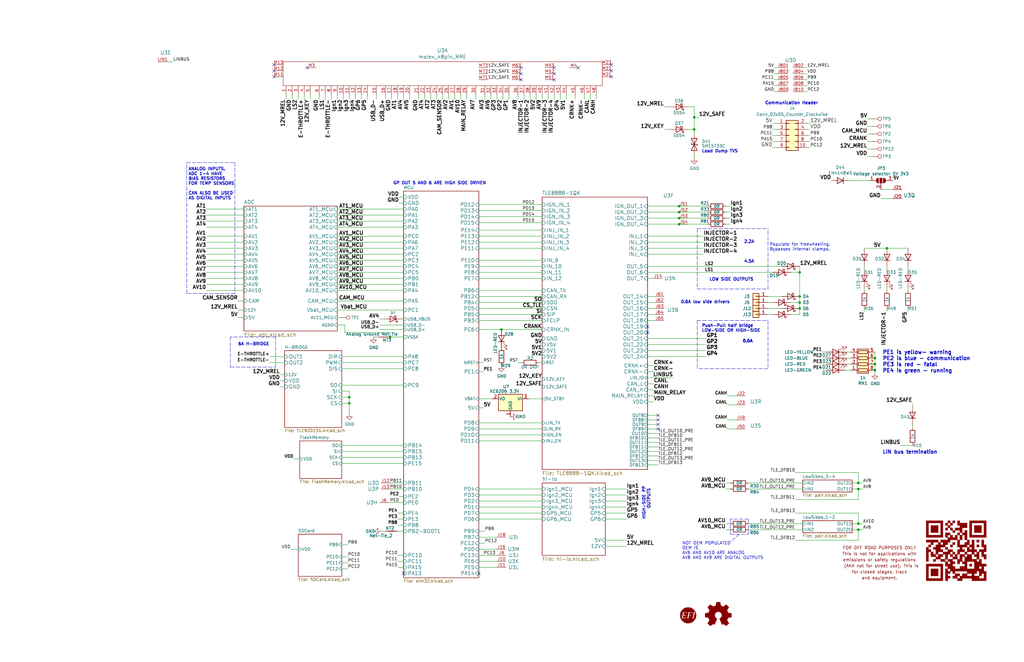
<source format=kicad_sch>
(kicad_sch (version 20211123) (generator eeschema)
  (paper "B")
  (title_block (title "microRusEFI-2L") (date "2023-01-19") (rev "R0.6.1RC") (company "rusEFI.com") (comment 1 "Donald Becker") (comment 2 "AI6OD") (comment 3 "by JRD McLAREN"))
  (junction (at 368.935 156.21))
  (junction (at 286.385 86.995))
  (junction (at 337.185 125.095))
  (junction (at 361.95 206.375))
  (junction (at 361.95 223.52))
  (junction (at 337.185 127.635))
  (junction (at 292.735 49.53))
  (junction (at 286.385 89.535))
  (junction (at 337.185 130.175))
  (junction (at 368.935 153.67))
  (junction (at 337.185 114.935))
  (junction (at 292.735 54.61))
  (junction (at 361.95 203.835))
  (junction (at 368.935 151.13))
  (junction (at 361.95 220.98))
  (junction (at 286.385 92.075))
  (junction (at 374.015 104.775))
  (junction (at 147.32 170.18))
  (junction (at 286.385 94.615))
  (junction (at 147.32 167.64))
  (junction (at 211.455 139.065))
  (junction (at 164.465 142.24))
  (no_connect (at 233.68 28.575))
  (no_connect (at 115.57 27.305))
  (no_connect (at 233.68 33.655))
  (no_connect (at 243.84 28.575))
  (no_connect (at 219.71 33.655))
  (no_connect (at 257.81 32.385))
  (no_connect (at 277.495 177.165))
  (no_connect (at 257.81 29.845))
  (no_connect (at 219.71 28.575))
  (no_connect (at 273.05 140.335))
  (no_connect (at 115.57 29.845))
  (no_connect (at 277.495 175.26))
  (no_connect (at 233.68 31.115))
  (no_connect (at 277.495 180.975))
  (no_connect (at 129.54 28.575))
  (no_connect (at 201.93 241.935))
  (no_connect (at 170.18 241.935))
  (no_connect (at 115.57 32.385))
  (no_connect (at 257.81 27.305))
  (no_connect (at 277.495 179.07))
  (no_connect (at 219.71 31.115))
  (no_connect (at 273.05 137.795))
  (wire (pts (xy 201.93 211.455) (xy 228.6 211.455)))
  (wire (pts (xy 201.93 234.315) (xy 209.55 234.315)))
  (wire (pts (xy 382.905 121.285) (xy 382.905 122.555)))
  (wire (pts (xy 170.18 203.835) (xy 164.465 203.835)))
  (polyline (pts (xy 315.595 225.425) (xy 315.595 219.075)))
  (wire (pts (xy 170.18 90.805) (xy 142.24 90.805)))
  (wire (pts (xy 264.16 211.455) (xy 255.27 211.455)))
  (wire (pts (xy 179.07 40.005) (xy 179.07 41.91)))
  (wire (pts (xy 189.23 40.005) (xy 189.23 41.91)))
  (wire (pts (xy 142.24 102.235) (xy 170.18 102.235)))
  (wire (pts (xy 306.07 206.375) (xy 307.975 206.375)))
  (wire (pts (xy 306.07 92.075) (xy 307.975 92.075)))
  (wire (pts (xy 326.39 28.575) (xy 328.295 28.575)))
  (wire (pts (xy 273.05 196.215) (xy 277.495 196.215)))
  (wire (pts (xy 273.05 104.775) (xy 296.545 104.775)))
  (wire (pts (xy 164.465 142.24) (xy 164.465 140.335)))
  (wire (pts (xy 273.05 154.305) (xy 275.59 154.305)))
  (wire (pts (xy 361.95 206.375) (xy 363.855 206.375)))
  (wire (pts (xy 273.05 99.695) (xy 296.545 99.695)))
  (wire (pts (xy 359.41 220.98) (xy 361.95 220.98)))
  (wire (pts (xy 242.57 40.005) (xy 242.57 41.91)))
  (wire (pts (xy 139.7 40.005) (xy 139.7 41.91)))
  (wire (pts (xy 340.36 57.15) (xy 341.63 57.15)))
  (wire (pts (xy 157.48 142.24) (xy 159.385 142.24)))
  (wire (pts (xy 167.64 224.155) (xy 170.18 224.155)))
  (wire (pts (xy 144.145 187.96) (xy 170.18 187.96)))
  (wire (pts (xy 273.05 180.975) (xy 277.495 180.975)))
  (wire (pts (xy 223.52 40.005) (xy 223.52 41.91)))
  (wire (pts (xy 374.015 104.775) (xy 364.49 104.775)))
  (wire (pts (xy 264.16 219.075) (xy 255.27 219.075)))
  (wire (pts (xy 273.05 107.315) (xy 296.545 107.315)))
  (polyline (pts (xy 294.005 135.255) (xy 294.005 155.575)))
  (wire (pts (xy 323.85 127.635) (xy 325.755 127.635)))
  (wire (pts (xy 382.905 112.395) (xy 382.905 113.665)))
  (wire (pts (xy 248.92 40.005) (xy 248.92 41.91)))
  (wire (pts (xy 273.05 161.925) (xy 275.59 161.925)))
  (wire (pts (xy 273.05 188.595) (xy 277.495 188.595)))
  (wire (pts (xy 147.32 170.18) (xy 147.32 174.625)))
  (wire (pts (xy 273.05 135.255) (xy 276.225 135.255)))
  (wire (pts (xy 144.145 155.575) (xy 170.18 155.575)))
  (wire (pts (xy 120.65 40.005) (xy 120.65 41.91)))
  (polyline (pts (xy 116.205 142.24) (xy 97.155 142.24)))
  (wire (pts (xy 361.95 227.965) (xy 361.95 223.52)))
  (wire (pts (xy 273.05 130.175) (xy 276.225 130.175)))
  (wire (pts (xy 382.905 104.775) (xy 374.015 104.775)))
  (wire (pts (xy 201.93 86.36) (xy 228.6 86.36)))
  (wire (pts (xy 361.95 220.98) (xy 363.855 220.98)))
  (wire (pts (xy 167.64 221.615) (xy 170.18 221.615)))
  (wire (pts (xy 125.73 231.775) (xy 122.555 231.775)))
  (wire (pts (xy 170.18 234.315) (xy 167.64 234.315)))
  (wire (pts (xy 167.64 216.535) (xy 170.18 216.535)))
  (wire (pts (xy 368.935 153.67) (xy 368.935 156.21)))
  (wire (pts (xy 335.28 199.39) (xy 361.95 199.39)))
  (wire (pts (xy 338.455 36.195) (xy 340.36 36.195)))
  (wire (pts (xy 231.14 40.005) (xy 231.14 41.91)))
  (wire (pts (xy 326.39 36.195) (xy 328.295 36.195)))
  (wire (pts (xy 315.595 223.52) (xy 338.455 223.52)))
  (wire (pts (xy 144.145 237.49) (xy 146.685 237.49)))
  (wire (pts (xy 340.36 59.69) (xy 341.63 59.69)))
  (wire (pts (xy 356.235 153.67) (xy 358.775 153.67)))
  (wire (pts (xy 368.935 157.48) (xy 368.935 156.21)))
  (wire (pts (xy 214.63 40.005) (xy 214.63 41.91)))
  (wire (pts (xy 335.28 210.82) (xy 361.95 210.82)))
  (wire (pts (xy 86.995 107.315) (xy 102.87 107.315)))
  (wire (pts (xy 170.18 95.885) (xy 142.24 95.885)))
  (wire (pts (xy 335.28 227.965) (xy 361.95 227.965)))
  (wire (pts (xy 170.18 239.395) (xy 167.64 239.395)))
  (wire (pts (xy 292.735 45.085) (xy 292.735 49.53)))
  (wire (pts (xy 236.22 40.005) (xy 236.22 41.91)))
  (wire (pts (xy 290.195 45.085) (xy 292.735 45.085)))
  (wire (pts (xy 181.61 40.005) (xy 181.61 41.91)))
  (wire (pts (xy 152.4 40.005) (xy 152.4 41.91)))
  (wire (pts (xy 264.16 216.535) (xy 255.27 216.535)))
  (wire (pts (xy 144.145 153.035) (xy 170.18 153.035)))
  (wire (pts (xy 86.995 122.555) (xy 102.87 122.555)))
  (wire (pts (xy 384.81 179.07) (xy 384.81 180.34)))
  (wire (pts (xy 374.015 112.395) (xy 374.015 113.665)))
  (wire (pts (xy 168.275 209.55) (xy 170.18 209.55)))
  (wire (pts (xy 273.05 182.88) (xy 277.495 182.88)))
  (wire (pts (xy 356.235 156.21) (xy 358.775 156.21)))
  (wire (pts (xy 340.36 52.07) (xy 341.63 52.07)))
  (wire (pts (xy 170.18 212.09) (xy 163.83 212.09)))
  (wire (pts (xy 142.24 114.935) (xy 170.18 114.935)))
  (wire (pts (xy 130.81 40.005) (xy 130.81 41.91)))
  (wire (pts (xy 340.36 62.23) (xy 341.63 62.23)))
  (wire (pts (xy 154.94 40.005) (xy 154.94 41.91)))
  (wire (pts (xy 170.18 195.58) (xy 144.145 195.58)))
  (wire (pts (xy 201.93 153.035) (xy 203.835 153.035)))
  (wire (pts (xy 184.15 40.005) (xy 184.15 41.91)))
  (wire (pts (xy 86.995 99.695) (xy 102.87 99.695)))
  (polyline (pts (xy 294.005 96.52) (xy 294.005 121.92)))
  (wire (pts (xy 170.18 190.5) (xy 144.145 190.5)))
  (wire (pts (xy 323.85 125.095) (xy 329.565 125.095)))
  (polyline (pts (xy 307.975 225.425) (xy 315.595 225.425)))
  (wire (pts (xy 118.11 158.115) (xy 120.015 158.115)))
  (wire (pts (xy 255.27 227.965) (xy 264.16 227.965)))
  (wire (pts (xy 286.385 94.615) (xy 298.45 94.615)))
  (wire (pts (xy 356.235 148.59) (xy 358.775 148.59)))
  (wire (pts (xy 306.07 203.835) (xy 307.975 203.835)))
  (wire (pts (xy 361.95 223.52) (xy 363.855 223.52)))
  (wire (pts (xy 346.71 153.67) (xy 348.615 153.67)))
  (wire (pts (xy 201.93 93.98) (xy 228.6 93.98)))
  (wire (pts (xy 365.76 50.165) (xy 367.665 50.165)))
  (wire (pts (xy 201.93 183.515) (xy 228.6 183.515)))
  (wire (pts (xy 338.455 38.735) (xy 340.36 38.735)))
  (wire (pts (xy 315.595 203.835) (xy 338.455 203.835)))
  (wire (pts (xy 365.76 53.34) (xy 367.665 53.34)))
  (wire (pts (xy 170.18 88.265) (xy 142.24 88.265)))
  (wire (pts (xy 120.015 150.495) (xy 113.665 150.495)))
  (wire (pts (xy 379.73 187.96) (xy 384.81 187.96)))
  (wire (pts (xy 306.07 86.995) (xy 307.975 86.995)))
  (wire (pts (xy 186.69 40.005) (xy 186.69 41.91)))
  (wire (pts (xy 201.93 213.995) (xy 228.6 213.995)))
  (wire (pts (xy 292.735 54.61) (xy 290.195 54.61)))
  (wire (pts (xy 142.24 120.015) (xy 170.18 120.015)))
  (wire (pts (xy 142.24 133.985) (xy 143.51 133.985)))
  (wire (pts (xy 158.75 40.005) (xy 158.75 41.91)))
  (wire (pts (xy 228.6 117.475) (xy 201.93 117.475)))
  (wire (pts (xy 123.825 193.675) (xy 126.365 193.675)))
  (wire (pts (xy 255.27 213.995) (xy 264.16 213.995)))
  (wire (pts (xy 361.95 203.835) (xy 363.855 203.835)))
  (wire (pts (xy 201.93 99.695) (xy 228.6 99.695)))
  (wire (pts (xy 361.95 216.535) (xy 361.95 220.98)))
  (wire (pts (xy 346.71 148.59) (xy 348.615 148.59)))
  (wire (pts (xy 160.02 139.065) (xy 170.18 139.065)))
  (wire (pts (xy 337.185 114.935) (xy 337.185 112.395)))
  (wire (pts (xy 201.93 226.695) (xy 209.55 226.695)))
  (wire (pts (xy 273.05 194.31) (xy 277.495 194.31)))
  (wire (pts (xy 325.755 59.69) (xy 327.66 59.69)))
  (wire (pts (xy 170.18 99.695) (xy 142.24 99.695)))
  (wire (pts (xy 365.76 62.865) (xy 367.665 62.865)))
  (wire (pts (xy 220.98 40.005) (xy 220.98 41.91)))
  (wire (pts (xy 368.935 148.59) (xy 368.935 151.13)))
  (wire (pts (xy 201.93 127.635) (xy 228.6 127.635)))
  (wire (pts (xy 338.455 33.655) (xy 340.36 33.655)))
  (wire (pts (xy 246.38 40.005) (xy 246.38 41.91)))
  (wire (pts (xy 144.145 165.1) (xy 147.32 165.1)))
  (wire (pts (xy 201.93 139.065) (xy 211.455 139.065)))
  (wire (pts (xy 100.33 130.81) (xy 102.87 130.81)))
  (polyline (pts (xy 323.85 135.255) (xy 323.85 155.575)))
  (wire (pts (xy 176.53 40.005) (xy 176.53 41.91)))
  (wire (pts (xy 218.44 153.035) (xy 219.71 153.035)))
  (wire (pts (xy 201.93 91.44) (xy 228.6 91.44)))
  (wire (pts (xy 310.515 167.005) (xy 306.705 167.005)))
  (wire (pts (xy 170.18 107.315) (xy 142.24 107.315)))
  (wire (pts (xy 280.035 45.085) (xy 282.575 45.085)))
  (wire (pts (xy 306.07 223.52) (xy 307.975 223.52)))
  (wire (pts (xy 201.93 239.395) (xy 209.55 239.395)))
  (wire (pts (xy 264.16 208.915) (xy 255.27 208.915)))
  (wire (pts (xy 364.49 121.285) (xy 364.49 122.555)))
  (wire (pts (xy 100.33 127) (xy 102.87 127)))
  (wire (pts (xy 137.16 40.005) (xy 137.16 41.91)))
  (wire (pts (xy 201.93 178.435) (xy 228.6 178.435)))
  (wire (pts (xy 273.05 112.395) (xy 329.565 112.395)))
  (wire (pts (xy 86.995 95.885) (xy 102.87 95.885)))
  (wire (pts (xy 358.14 76.2) (xy 366.395 76.2)))
  (wire (pts (xy 168.275 83.185) (xy 170.18 83.185)))
  (wire (pts (xy 346.71 156.21) (xy 348.615 156.21)))
  (wire (pts (xy 142.24 112.395) (xy 170.18 112.395)))
  (wire (pts (xy 165.1 40.005) (xy 165.1 41.91)))
  (wire (pts (xy 228.6 40.005) (xy 228.6 41.91)))
  (wire (pts (xy 361.95 210.82) (xy 361.95 206.375)))
  (wire (pts (xy 273.05 190.5) (xy 277.495 190.5)))
  (polyline (pts (xy 78.74 123.825) (xy 78.74 68.58)))
  (polyline (pts (xy 323.85 121.92) (xy 323.85 96.52)))
  (polyline (pts (xy 315.595 219.075) (xy 307.975 219.075)))
  (polyline (pts (xy 294.005 135.255) (xy 323.85 135.255)))
  (wire (pts (xy 142.24 117.475) (xy 170.18 117.475)))
  (wire (pts (xy 144.145 193.04) (xy 170.18 193.04)))
  (wire (pts (xy 292.735 66.675) (xy 292.735 64.77)))
  (wire (pts (xy 167.64 236.855) (xy 170.18 236.855)))
  (wire (pts (xy 364.49 112.395) (xy 364.49 113.665)))
  (wire (pts (xy 147.32 167.64) (xy 147.32 170.18)))
  (wire (pts (xy 201.93 132.715) (xy 228.6 132.715)))
  (wire (pts (xy 201.93 97.155) (xy 228.6 97.155)))
  (wire (pts (xy 273.05 89.535) (xy 286.385 89.535)))
  (wire (pts (xy 323.85 132.715) (xy 325.755 132.715)))
  (wire (pts (xy 273.05 169.545) (xy 275.59 169.545)))
  (wire (pts (xy 365.76 66.04) (xy 367.665 66.04)))
  (wire (pts (xy 149.86 40.005) (xy 149.86 41.91)))
  (wire (pts (xy 70.485 26.035) (xy 73.025 26.035)))
  (wire (pts (xy 273.05 164.465) (xy 275.59 164.465)))
  (wire (pts (xy 273.05 156.845) (xy 275.59 156.845)))
  (wire (pts (xy 118.11 160.655) (xy 120.015 160.655)))
  (wire (pts (xy 201.93 206.375) (xy 228.6 206.375)))
  (wire (pts (xy 335.28 216.535) (xy 361.95 216.535)))
  (wire (pts (xy 286.385 86.995) (xy 298.45 86.995)))
  (wire (pts (xy 346.71 151.13) (xy 348.615 151.13)))
  (wire (pts (xy 325.755 52.07) (xy 327.66 52.07)))
  (wire (pts (xy 326.39 31.115) (xy 328.295 31.115)))
  (wire (pts (xy 306.07 89.535) (xy 307.975 89.535)))
  (wire (pts (xy 211.455 139.065) (xy 228.6 139.065)))
  (wire (pts (xy 170.18 93.345) (xy 142.24 93.345)))
  (wire (pts (xy 273.05 147.955) (xy 297.815 147.955)))
  (wire (pts (xy 160.02 137.16) (xy 170.18 137.16)))
  (wire (pts (xy 292.735 54.61) (xy 292.735 57.15)))
  (wire (pts (xy 292.735 49.53) (xy 292.735 54.61)))
  (wire (pts (xy 142.24 130.81) (xy 170.18 130.81)))
  (wire (pts (xy 201.93 168.275) (xy 207.645 168.275)))
  (wire (pts (xy 86.995 117.475) (xy 102.87 117.475)))
  (wire (pts (xy 201.93 216.535) (xy 228.6 216.535)))
  (wire (pts (xy 164.465 140.335) (xy 145.415 140.335)))
  (wire (pts (xy 196.85 40.005) (xy 196.85 41.91)))
  (wire (pts (xy 368.935 151.13) (xy 368.935 153.67)))
  (wire (pts (xy 212.09 40.005) (xy 212.09 41.91)))
  (wire (pts (xy 164.465 142.24) (xy 170.18 142.24)))
  (wire (pts (xy 201.93 229.235) (xy 204.47 229.235)))
  (wire (pts (xy 201.93 130.175) (xy 228.6 130.175)))
  (wire (pts (xy 142.24 127) (xy 170.18 127)))
  (wire (pts (xy 123.19 40.005) (xy 123.19 41.91)))
  (wire (pts (xy 356.235 151.13) (xy 358.775 151.13)))
  (wire (pts (xy 209.55 40.005) (xy 209.55 41.91)))
  (wire (pts (xy 323.85 130.175) (xy 329.565 130.175)))
  (wire (pts (xy 100.33 133.985) (xy 102.87 133.985)))
  (wire (pts (xy 144.145 167.64) (xy 147.32 167.64)))
  (wire (pts (xy 200.66 41.91) (xy 200.66 40.005)))
  (wire (pts (xy 374.015 121.285) (xy 374.015 122.555)))
  (wire (pts (xy 228.6 104.775) (xy 201.93 104.775)))
  (wire (pts (xy 218.44 40.005) (xy 218.44 41.91)))
  (wire (pts (xy 144.145 170.18) (xy 147.32 170.18)))
  (wire (pts (xy 292.735 49.53) (xy 294.64 49.53)))
  (wire (pts (xy 337.185 130.175) (xy 337.185 127.635)))
  (wire (pts (xy 255.27 230.505) (xy 264.16 230.505)))
  (wire (pts (xy 371.475 80.01) (xy 376.555 80.01)))
  (wire (pts (xy 167.64 40.005) (xy 167.64 41.91)))
  (wire (pts (xy 273.05 159.385) (xy 283.845 159.385)))
  (wire (pts (xy 365.76 59.69) (xy 367.665 59.69)))
  (wire (pts (xy 201.93 156.845) (xy 203.835 156.845)))
  (wire (pts (xy 340.36 54.61) (xy 341.63 54.61)))
  (wire (pts (xy 273.05 117.475) (xy 275.59 117.475)))
  (wire (pts (xy 359.41 223.52) (xy 361.95 223.52)))
  (wire (pts (xy 144.78 40.005) (xy 144.78 41.91)))
  (wire (pts (xy 201.93 88.9) (xy 228.6 88.9)))
  (wire (pts (xy 227.33 153.035) (xy 228.6 153.035)))
  (wire (pts (xy 144.145 162.56) (xy 170.18 162.56)))
  (wire (pts (xy 169.545 134.62) (xy 170.18 134.62)))
  (wire (pts (xy 337.185 127.635) (xy 337.185 125.095)))
  (wire (pts (xy 359.41 206.375) (xy 361.95 206.375)))
  (wire (pts (xy 207.01 41.91) (xy 207.01 40.005)))
  (wire (pts (xy 86.995 93.345) (xy 102.87 93.345)))
  (wire (pts (xy 86.995 112.395) (xy 102.87 112.395)))
  (polyline (pts (xy 99.06 68.58) (xy 99.06 123.825)))
  (wire (pts (xy 338.455 31.115) (xy 340.36 31.115)))
  (wire (pts (xy 264.16 206.375) (xy 255.27 206.375)))
  (wire (pts (xy 191.77 40.005) (xy 191.77 41.91)))
  (polyline (pts (xy 99.06 123.825) (xy 78.74 123.825)))
  (wire (pts (xy 359.41 203.835) (xy 361.95 203.835)))
  (wire (pts (xy 201.93 208.915) (xy 228.6 208.915)))
  (wire (pts (xy 118.11 163.195) (xy 120.015 163.195)))
  (polyline (pts (xy 307.975 219.075) (xy 307.975 225.425)))
  (wire (pts (xy 333.375 114.935) (xy 337.185 114.935)))
  (wire (pts (xy 273.05 132.715) (xy 276.225 132.715)))
  (wire (pts (xy 337.185 132.715) (xy 337.185 130.175)))
  (wire (pts (xy 273.05 167.005) (xy 275.59 167.005)))
  (wire (pts (xy 325.755 57.15) (xy 327.66 57.15)))
  (wire (pts (xy 251.46 40.005) (xy 251.46 41.91)))
  (wire (pts (xy 201.93 102.235) (xy 228.6 102.235)))
  (wire (pts (xy 86.995 102.235) (xy 102.87 102.235)))
  (wire (pts (xy 286.385 89.535) (xy 298.45 89.535)))
  (wire (pts (xy 273.05 86.995) (xy 286.385 86.995)))
  (wire (pts (xy 384.81 170.18) (xy 384.81 171.45)))
  (wire (pts (xy 144.145 240.03) (xy 146.685 240.03)))
  (wire (pts (xy 228.6 109.855) (xy 201.93 109.855)))
  (wire (pts (xy 142.24 122.555) (xy 170.18 122.555)))
  (wire (pts (xy 315.595 220.98) (xy 338.455 220.98)))
  (wire (pts (xy 337.185 125.095) (xy 337.185 114.935)))
  (wire (pts (xy 228.6 186.055) (xy 201.93 186.055)))
  (wire (pts (xy 201.93 122.555) (xy 228.6 122.555)))
  (wire (pts (xy 201.93 224.155) (xy 204.47 224.155)))
  (wire (pts (xy 273.05 179.07) (xy 277.495 179.07)))
  (wire (pts (xy 238.76 40.005) (xy 238.76 41.91)))
  (wire (pts (xy 147.32 40.005) (xy 147.32 41.91)))
  (wire (pts (xy 172.72 40.005) (xy 172.72 41.91)))
  (wire (pts (xy 273.05 145.415) (xy 297.815 145.415)))
  (wire (pts (xy 194.31 40.005) (xy 194.31 41.91)))
  (wire (pts (xy 86.995 114.935) (xy 102.87 114.935)))
  (wire (pts (xy 310.515 170.815) (xy 306.705 170.815)))
  (wire (pts (xy 273.05 175.26) (xy 277.495 175.26)))
  (wire (pts (xy 326.39 33.655) (xy 328.295 33.655)))
  (wire (pts (xy 142.24 40.005) (xy 142.24 41.91)))
  (polyline (pts (xy 311.785 225.425) (xy 307.975 228.6)))
  (wire (pts (xy 170.18 40.005) (xy 170.18 41.91)))
  (wire (pts (xy 371.475 83.82) (xy 376.555 83.82)))
  (wire (pts (xy 201.93 236.855) (xy 209.55 236.855)))
  (polyline (pts (xy 78.74 68.58) (xy 99.06 68.58)))
  (wire (pts (xy 315.595 206.375) (xy 338.455 206.375)))
  (wire (pts (xy 204.47 40.005) (xy 204.47 41.91)))
  (wire (pts (xy 374.015 130.175) (xy 374.015 131.445)))
  (wire (pts (xy 273.05 125.095) (xy 276.225 125.095)))
  (wire (pts (xy 201.93 219.075) (xy 228.6 219.075)))
  (polyline (pts (xy 294.005 96.52) (xy 323.85 96.52)))
  (wire (pts (xy 201.93 172.085) (xy 203.835 172.085)))
  (wire (pts (xy 144.145 234.95) (xy 146.685 234.95)))
  (wire (pts (xy 86.995 104.775) (xy 102.87 104.775)))
  (wire (pts (xy 222.885 168.275) (xy 228.6 168.275)))
  (wire (pts (xy 286.385 92.075) (xy 298.45 92.075)))
  (wire (pts (xy 145.415 137.16) (xy 142.24 137.16)))
  (wire (pts (xy 160.655 224.155) (xy 162.56 224.155)))
  (wire (pts (xy 125.73 40.005) (xy 125.73 41.91)))
  (wire (pts (xy 273.05 192.405) (xy 277.495 192.405)))
  (wire (pts (xy 364.49 130.175) (xy 364.49 131.445)))
  (wire (pts (xy 310.515 177.165) (xy 306.705 177.165)))
  (wire (pts (xy 233.68 40.005) (xy 233.68 41.91)))
  (wire (pts (xy 167.64 219.075) (xy 170.18 219.075)))
  (wire (pts (xy 326.39 38.735) (xy 328.295 38.735)))
  (wire (pts (xy 273.05 142.875) (xy 297.815 142.875)))
  (polyline (pts (xy 323.85 155.575) (xy 294.005 155.575)))
  (wire (pts (xy 144.145 229.87) (xy 146.685 229.87)))
  (wire (pts (xy 273.05 114.935) (xy 325.755 114.935)))
  (wire (pts (xy 86.995 120.015) (xy 102.87 120.015)))
  (polyline (pts (xy 294.005 121.92) (xy 323.85 121.92)))
  (wire (pts (xy 273.05 186.69) (xy 277.495 186.69)))
  (wire (pts (xy 168.275 85.725) (xy 170.18 85.725)))
  (wire (pts (xy 134.62 40.005) (xy 134.62 41.91)))
  (wire (pts (xy 228.6 112.395) (xy 201.93 112.395)))
  (wire (pts (xy 86.995 88.265) (xy 102.87 88.265)))
  (wire (pts (xy 201.93 180.975) (xy 228.6 180.975)))
  (wire (pts (xy 273.05 184.785) (xy 277.495 184.785)))
  (wire (pts (xy 162.56 40.005) (xy 162.56 41.91)))
  (wire (pts (xy 273.05 177.165) (xy 277.495 177.165)))
  (wire (pts (xy 128.27 40.005) (xy 128.27 41.91)))
  (wire (pts (xy 120.015 153.035) (xy 113.665 153.035)))
  (wire (pts (xy 170.18 109.855) (xy 142.24 109.855)))
  (wire (pts (xy 86.995 90.805) (xy 102.87 90.805)))
  (wire (pts (xy 325.755 54.61) (xy 327.66 54.61)))
  (wire (pts (xy 306.07 220.98) (xy 307.975 220.98)))
  (wire (pts (xy 145.415 140.335) (xy 145.415 137.16)))
  (wire (pts (xy 361.95 199.39) (xy 361.95 203.835)))
  (wire (pts (xy 333.375 132.715) (xy 337.185 132.715)))
  (wire (pts (xy 365.76 56.515) (xy 367.665 56.515)))
  (polyline (pts (xy 97.155 142.24) (xy 97.155 154.94)))
  (wire (pts (xy 226.06 40.005) (xy 226.06 41.91)))
  (wire (pts (xy 306.07 94.615) (xy 307.975 94.615)))
  (wire (pts (xy 228.6 114.935) (xy 201.93 114.935)))
  (wire (pts (xy 160.02 134.62) (xy 161.925 134.62)))
  (wire (pts (xy 201.93 231.775) (xy 209.55 231.775)))
  (wire (pts (xy 144.145 150.495) (xy 170.18 150.495)))
  (wire (pts (xy 273.05 92.075) (xy 286.385 92.075)))
  (polyline (pts (xy 116.205 154.94) (xy 116.205 142.24)))
  (wire (pts (xy 147.32 165.1) (xy 147.32 167.64)))
  (wire (pts (xy 86.995 109.855) (xy 102.87 109.855)))
  (polyline (pts (xy 97.155 154.94) (xy 116.205 154.94)))
  (wire (pts (xy 333.375 127.635) (xy 337.185 127.635)))
  (wire (pts (xy 338.455 28.575) (xy 340.36 28.575)))
  (wire (pts (xy 273.05 150.495) (xy 297.815 150.495)))
  (wire (pts (xy 325.755 62.23) (xy 327.66 62.23)))
  (wire (pts (xy 170.18 104.775) (xy 142.24 104.775)))
  (wire (pts (xy 280.035 54.61) (xy 282.575 54.61)))
  (wire (pts (xy 201.93 125.095) (xy 228.6 125.095)))
  (wire (pts (xy 170.18 206.375) (xy 164.465 206.375)))
  (wire (pts (xy 201.93 135.255) (xy 228.6 135.255)))
  (wire (pts (xy 310.515 180.975) (xy 306.705 180.975)))
  (wire (pts (xy 273.05 102.235) (xy 296.545 102.235)))
  (wire (pts (xy 273.05 127.635) (xy 276.225 127.635)))
  (wire (pts (xy 382.905 130.175) (xy 382.905 131.445)))
  (wire (pts (xy 273.05 94.615) (xy 286.385 94.615)))
  (text "GP OUT 5 AND 6 ARE HIGH SIDE DRIVEN" (at 165.735 78.105 0) (effects (font (size 1.27 1.27) (thickness 0.254) bold) (justify left bottom)))
  (text "6A H-BRIDGE" (at 100.33 146.05 0) (effects (font (size 1.27 1.27) (thickness 0.254) bold) (justify left bottom)))
  (text "Load Dump TVS\n\n" (at 295.91 66.675 0) (effects (font (size 1.27 1.27) (thickness 0.254) bold) (justify left bottom)))
  (text "0.6A" (at 313.055 144.78 0) (effects (font (size 1.27 1.27) (thickness 0.254) bold) (justify left bottom)))
  (text "0.6A low side drivers" (at 287.02 128.27 0) (effects (font (size 1.27 1.27) (thickness 0.254) bold) (justify left bottom)))
  (text "0.6A" (at 313.055 144.78 0) (effects (font (size 1.27 1.27) (thickness 0.254) bold) (justify left bottom)))
  (text "NOT OEM POPULATED\nOEM IS \nAV6 AND AV10 ARE ANALOG\nAV8 AND AV9 ARE DIGITAL OUTPUTS" (at 287.655 236.22 0) (effects (font (size 1.27 1.27)) (justify left bottom)))
  (text "Communication Header\n\n" (at 322.58 46.355 0) (effects (font (size 1.27 1.27) (thickness 0.254) bold) (justify left bottom)))
  (text "ANALOG INPUTS.\nADC 1-4 HAVE \nBIAS RESISTORS \nFOR TEMP SENSORS\n\nCAN ALSO BE USED \nAS DIGITAL INPUTS" (at 79.375 84.455 0) (effects (font (size 1.27 1.27) (thickness 0.254) bold) (justify left bottom)))
  (text "LOW SIDE OUTPUTS\n" (at 299.085 118.745 0) (effects (font (size 1.27 1.27) (thickness 0.254) bold) (justify left bottom)))
  (text "Push-Pull half bridge\nLOW-SIDE OR HIGH-SIDE" (at 295.91 140.335 0) (effects (font (size 1.27 1.27) (thickness 0.254) bold) (justify left bottom)))
  (text "4.5A" (at 313.69 111.125 0) (effects (font (size 1.27 1.27) (thickness 0.254) bold) (justify left bottom)))
  (text "PE1 is yellow- warning\nPE2 is blue - communication\nPE3 is red - fatal\nPE4 is green - running" (at 372.11 157.48 0) (effects (font (size 1.6002 1.6002) (thickness 0.32) bold) (justify left bottom)))
  (text "HIGH-SIDE PP\nOUTPUTS \n" (at 274.32 205.105 270) (effects (font (size 1.27 1.27) (thickness 0.254) bold) (justify right bottom)))
  (text "Populate for freewheeling.\nBypasses internal clamps." (at 324.485 106.045 0) (effects (font (size 1.27 1.27)) (justify left bottom)))
  (text "2.2A" (at 313.69 102.87 0) (effects (font (size 1.27 1.27) (thickness 0.254) bold) (justify left bottom)))
  (text "LIN bus termination" (at 372.11 191.77 0) (effects (font (size 1.524 1.524) (thickness 0.3048) bold) (justify left bottom)))
  (label "CANL" (at 248.92 41.91 270) (effects (font (size 1.524 1.524) (thickness 0.3048) bold)))
  (label "12V_MREL" (at 280.035 45.085 180) (effects (font (size 1.524 1.524) (thickness 0.3048) bold)))
  (label "AV9" (at 363.855 203.835 0))
  (label "LS2" (at 125.73 41.91 270) (effects (font (size 1.524 1.524) (thickness 0.3048) bold)))
  (label "AV10" (at 86.995 122.555 180) (effects (font (size 1.524 1.524) (thickness 0.3048) bold)))
  (label "PA15" (at 326.39 36.195 180))
  (label "12V_SAFE" (at 205.74 31.115 0))
  (label "TLE_OUT13_PRE" (at 335.28 220.98 180))
  (label "E-THROTTLE+" (at 128.27 41.91 270) (effects (font (size 1.524 1.524) (thickness 0.3048) bold)))
  (label "PC10" (at 167.64 234.315 180))
  (label "AT4_MCU" (at 142.875 95.885 0) (effects (font (size 1.524 1.524) (thickness 0.3048) bold)))
  (label "PC13" (at 203.835 234.315 0))
  (label "CAM_MCU" (at 142.875 127 0) (effects (font (size 1.524 1.524) (thickness 0.3048) bold)))
  (label "AV9" (at 228.6 41.91 270) (effects (font (size 1.524 1.524) (thickness 0.3048) bold)))
  (label "INJECTOR-4" (at 296.545 107.315 0) (effects (font (size 1.524 1.524) (thickness 0.3048) bold)))
  (label "INJECTOR-3" (at 296.545 104.775 0) (effects (font (size 1.524 1.524) (thickness 0.3048) bold)))
  (label "TLE_DFB10" (at 335.28 199.39 180))
  (label "AV3" (at 86.995 104.775 180) (effects (font (size 1.524 1.524) (thickness 0.3048) bold)))
  (label "E-THROTTLE-" (at 113.665 153.035 180) (effects (font (thickness 0.254) bold)))
  (label "12V_MREL" (at 120.65 41.91 270) (effects (font (size 1.524 1.524) (thickness 0.3048) bold)))
  (label "TLE_DFB11" (at 277.495 188.595 0))
  (label "CRANK" (at 228.6 139.065 180) (effects (font (size 1.524 1.524) (thickness 0.3048) bold)))
  (label "AV9" (at 86.995 120.015 180) (effects (font (size 1.524 1.524) (thickness 0.3048) bold)))
  (label "AT3" (at 86.995 93.345 180) (effects (font (size 1.524 1.524) (thickness 0.3048) bold)))
  (label "5V" (at 100.33 133.985 180) (effects (font (size 1.524 1.524) (thickness 0.3048) bold)))
  (label "AT3_MCU" (at 142.875 93.345 0) (effects (font (size 1.524 1.524) (thickness 0.3048) bold)))
  (label "TLE_DFB12" (at 335.28 227.965 180))
  (label "AV10_MCU" (at 142.875 122.555 0) (effects (font (size 1.524 1.524) (thickness 0.3048) bold)))
  (label "VDD" (at 340.36 31.115 0))
  (label "TLE_OUT11_PRE" (at 335.28 206.375 180))
  (label "AV4_MCU" (at 142.875 107.315 0) (effects (font (size 1.524 1.524) (thickness 0.3048) bold)))
  (label "GP2" (at 212.09 41.91 270) (effects (font (size 1.524 1.524) (thickness 0.3048) bold)))
  (label "AV6" (at 207.01 41.91 270) (effects (font (size 1.524 1.524) (thickness 0.3048) bold)))
  (label "AV8_MCU" (at 306.07 206.375 180) (effects (font (size 1.524 1.524) (thickness 0.3048) bold)))
  (label "AT1" (at 167.64 41.91 270) (effects (font (size 1.524 1.524) (thickness 0.3048) bold)))
  (label "PB10" (at 169.545 206.375 180))
  (label "12V_MREL" (at 337.185 112.395 0) (effects (font (size 1.524 1.524) (thickness 0.3048) bold)))
  (label "INJECTOR-3" (at 231.14 41.91 270) (effects (font (size 1.524 1.524) (thickness 0.3048) bold)))
  (label "PE2" (at 168.275 209.55 180) (effects (font (thickness 0.254) bold)))
  (label "GP3" (at 209.55 41.91 270) (effects (font (size 1.524 1.524) (thickness 0.3048) bold)))
  (label "SI" (at 228.6 132.715 180) (effects (font (size 1.524 1.524) (thickness 0.3048) bold)))
  (label "12V_MREL" (at 264.16 230.505 0) (effects (font (size 1.524 1.524) (thickness 0.3048) bold)))
  (label "INJECTOR-2" (at 223.52 41.91 270) (effects (font (size 1.524 1.524) (thickness 0.3048) bold)))
  (label "5V" (at 203.835 172.085 0) (effects (font (size 1.524 1.524) (thickness 0.3048) bold)))
  (label "TLE_OUT13_PRE" (at 277.495 194.31 0))
  (label "PD12" (at 225.425 86.36 180))
  (label "5V" (at 228.6 145.415 180) (effects (font (size 1.524 1.524) (thickness 0.3048) bold)))
  (label "AV8" (at 363.855 206.375 0))
  (label "AV5" (at 86.995 109.855 180) (effects (font (size 1.524 1.524) (thickness 0.3048) bold)))
  (label "PC12" (at 204.47 229.235 0))
  (label "GND" (at 325.755 62.23 180) (effects (font (size 1.524 1.524))))
  (label "PB11" (at 169.545 203.835 180))
  (label "5V1" (at 228.6 147.955 180) (effects (font (size 1.524 1.524) (thickness 0.3048) bold)))
  (label "AT2" (at 86.995 90.805 180) (effects (font (size 1.524 1.524) (thickness 0.3048) bold)))
  (label "E-THROTTLE-" (at 139.7 41.91 270) (effects (font (size 1.524 1.524) (thickness 0.3048) bold)))
  (label "12V_SAFE" (at 205.74 33.655 0))
  (label "GP4" (at 297.815 150.495 0) (effects (font (size 1.524 1.524) (thickness 0.3048) bold)))
  (label "CANL" (at 306.705 170.815 180) (effects (font (thickness 0.254) bold)))
  (label "CAM_SENSOR" (at 100.33 127 180) (effects (font (size 1.524 1.524) (thickness 0.3048) bold)))
  (label "MAIN_RELAY" (at 196.85 41.91 270) (effects (font (size 1.524 1.524) (thickness 0.3048) bold)))
  (label "VDD" (at 122.555 231.775 180))
  (label "AT3" (at 184.15 41.91 270) (effects (font (size 1.524 1.524) (thickness 0.3048) bold)))
  (label "LINBUS" (at 379.73 187.96 180) (effects (font (size 1.524 1.524) (thickness 0.3048) bold)))
  (label "Ign1" (at 142.24 41.91 270) (effects (font (size 1.524 1.524) (thickness 0.3048) bold)))
  (label "GP2" (at 297.815 145.415 0) (effects (font (size 1.524 1.524) (thickness 0.3048) bold)))
  (label "TLE_DFB12" (at 277.495 192.405 0))
  (label "INJECTOR-1" (at 220.98 41.91 270) (effects (font (size 1.524 1.524) (thickness 0.3048) bold)))
  (label "USB_D+" (at 160.02 139.065 180) (effects (font (thickness 0.254) bold)))
  (label "PE4" (at 346.71 156.21 180) (effects (font (thickness 0.254) bold)))
  (label "12V_SAFE" (at 205.74 28.575 0))
  (label "E-THROTTLE+" (at 113.665 150.495 180) (effects (font (thickness 0.254) bold)))
  (label "5V" (at 325.755 52.07 180) (effects (font (size 1.524 1.524))))
  (label "12V_MREL" (at 365.76 62.865 180) (effects (font (size 1.524 1.524) (thickness 0.3048) bold)))
  (label "5V" (at 376.555 76.2 0) (effects (font (thickness 0.254) bold)))
  (label "Ign4" (at 264.16 213.995 0) (effects (font (size 1.524 1.524) (thickness 0.3048) bold)))
  (label "CRNK-" (at 275.59 156.845 0) (effects (font (size 1.524 1.524) (thickness 0.3048) bold)))
  (label "AV8_MCU" (at 142.875 117.475 0) (effects (font (size 1.524 1.524) (thickness 0.3048) bold)))
  (label "PC11" (at 146.685 237.49 0))
  (label "INJECTOR-2" (at 296.545 102.235 0) (effects (font (size 1.524 1.524) (thickness 0.3048) bold)))
  (label "CANH" (at 251.46 41.91 270) (effects (font (size 1.524 1.524) (thickness 0.3048) bold)))
  (label "LS1" (at 137.16 41.91 270) (effects (font (size 1.524 1.524) (thickness 0.3048) bold)))
  (label "PD14" (at 225.425 91.44 180))
  (label "CRNK+" (at 275.59 154.305 0) (effects (font (size 1.524 1.524) (thickness 0.3048) bold)))
  (label "GP4" (at 236.22 41.91 270) (effects (font (size 1.524 1.524) (thickness 0.3048) bold)))
  (label "GND" (at 134.62 41.91 270) (effects (font (size 1.524 1.524) (thickness 0.3048) bold)))
  (label "LS2" (at 364.49 131.445 270) (effects (font (thickness 0.254) bold)))
  (label "5V2" (at 226.06 41.91 270) (effects (font (size 1.524 1.524) (thickness 0.3048) bold)))
  (label "AV6" (at 86.995 112.395 180) (effects (font (size 1.524 1.524) (thickness 0.3048) bold)))
  (label "AV4" (at 86.995 107.315 180) (effects (font (size 1.524 1.524) (thickness 0.3048) bold)))
  (label "Ign3" (at 264.16 211.455 0) (effects (font (size 1.524 1.524) (thickness 0.3048) bold)))
  (label "12V_MREL" (at 341.63 52.07 0) (effects (font (size 1.524 1.524))))
  (label "AV10" (at 363.855 220.98 0))
  (label "RST" (at 203.835 153.035 0))
  (label "AV3_MCU" (at 142.875 104.775 0) (effects (font (size 1.524 1.524) (thickness 0.3048) bold)))
  (label "AV9_MCU" (at 306.07 203.835 180) (effects (font (size 1.524 1.524) (thickness 0.3048) bold)))
  (label "12V_SAFE" (at 294.64 49.53 0) (effects (font (size 1.524 1.524) (thickness 0.3048) bold)))
  (label "GND" (at 365.76 53.34 180) (effects (font (size 1.524 1.524) (thickness 0.3048) bold)))
  (label "Vbat_MCU" (at 143.51 130.81 0) (effects (font (size 1.524 1.524) (thickness 0.3048) bold)))
  (label "GP1" (at 297.815 142.875 0) (effects (font (size 1.524 1.524) (thickness 0.3048) bold)))
  (label "PB9" (at 340.36 33.655 0))
  (label "PA15" (at 167.64 239.395 180))
  (label "USB_D-" (at 158.75 41.91 270) (effects (font (size 1.524 1.524) (thickness 0.3048) bold)))
  (label "SO" (at 228.6 127.635 180) (effects (font (size 1.524 1.524) (thickness 0.3048) bold)))
  (label "GP3" (at 297.815 147.955 0) (effects (font (size 1.524 1.524) (thickness 0.3048) bold)))
  (label "CRANK" (at 365.76 59.69 180) (effects (font (size 1.524 1.524) (thickness 0.3048) bold)))
  (label "PB9" (at 146.685 229.87 0))
  (label "VDD" (at 118.11 160.655 180) (effects (font (size 1.524 1.524) (thickness 0.3048) bold)))
  (label "AV8" (at 218.44 41.91 270) (effects (font (size 1.524 1.524) (thickness 0.3048) bold)))
  (label "SCK" (at 228.6 135.255 180) (effects (font (size 1.524 1.524) (thickness 0.3048) bold)))
  (label "12V_MREL" (at 118.11 158.115 180) (effects (font (size 1.524 1.524) (thickness 0.3048) bold)))
  (label "PB8" (at 326.39 31.115 180))
  (label "TLE_DFB11" (at 335.28 210.82 180))
  (label "PE3" (at 346.71 153.67 180) (effects (font (thickness 0.254) bold)))
  (label "AV4" (at 170.18 41.91 270) (effects (font (size 1.524 1.524) (thickness 0.3048) bold)))
  (label "PC11" (at 326.39 33.655 180))
  (label "PC12" (at 146.685 240.03 0))
  (label "TLE_DFB13" (at 277.495 196.215 0))
  (label "GP4" (at 297.815 150.495 0) (effects (font (size 1.524 1.524) (thickness 0.3048) bold)))
  (label "PE2" (at 346.71 151.13 180) (effects (font (thickness 0.254) bold)))
  (label "Ign1" (at 307.975 86.995 0) (effects (font (size 1.524 1.524) (thickness 0.3048) bold)))
  (label "GP5" (at 264.16 216.535 0) (effects (font (size 1.524 1.524) (thickness 0.3048) bold)))
  (label "VDD" (at 365.76 66.04 180) (effects (font (size 1.524 1.524) (thickness 0.3048) bold)))
  (label "PB8" (at 325.755 54.61 180))
  (label "12V_MREL" (at 100.33 130.81 180) (effects (font (size 1.524 1.524) (thickness 0.3048) bold)))
  (label "AV5_MCU" (at 142.875 109.855 0) (effects (font (size 1.524 1.524) (thickness 0.3048) bold)))
  (label "CRNK-" (at 246.38 41.91 270) (effects (font (size 1.524 1.524) (thickness 0.3048) bold)))
  (label "AV10" (at 194.31 41.91 270) (effects (font (size 1.524 1.524) (thickness 0.3048) bold)))
  (label "GND" (at 371.475 83.82 180) (effects (font (size 1.524 1.524) (thickness 0.3048) bold)))
  (label "AT1" (at 86.995 88.265 180) (effects (font (size 1.524 1.524) (thickness 0.3048) bold)))
  (label "PC11" (at 325.755 57.15 180))
  (label "TLE_OUT10_PRE" (at 277.495 182.88 0))
  (label "5V" (at 264.16 227.965 0) (effects (font (size 1.524 1.524) (thickness 0.3048) bold)))
  (label "AT2_MCU" (at 142.875 90.805 0) (effects (font (size 1.524 1.524) (thickness 0.3048) bold)))
  (label "CS_TLE" (at 228.6 130.175 180) (effects (font (size 1.524 1.524) (thickness 0.3048) bold)))
  (label "Ign3" (at 147.32 41.91 270) (effects (font (size 1.524 1.524) (thickness 0.3048) bold)))
  (label "AV3" (at 204.47 41.91 270) (effects (font (size 1.524 1.524) (thickness 0.3048) bold)))
  (label "CANL" (at 306.705 180.975 180) (effects (font (thickness 0.254) bold)))
  (label "CRNK+" (at 242.57 41.91 270) (effects (font (size 1.524 1.524) (thickness 0.3048) bold)))
  (label "5V1" (at 238.76 41.91 270) (effects (font (size 1.524 1.524) (thickness 0.3048) bold)))
  (label "12V_SAFE" (at 384.81 170.18 180) (effects (font (size 1.524 1.524) (thickness 0.3048) bold)))
  (label "GND" (at 168.275 85.725 180) (effects (font (size 1.524 1.524) (thickness 0.3048) bold)))
  (label "GP5" (at 154.94 41.91 270) (effects (font (size 1.524 1.524) (thickness 0.3048) bold)))
  (label "GP6" (at 152.4 41.91 270) (effects (font (size 1.524 1.524) (thickness 0.3048) bold)))
  (label "TLE_OUT11_PRE" (at 277.495 186.69 0))
  (label "PC10" (at 341.63 59.69 0))
  (label "VDD" (at 275.59 169.545 0) (effects (font (size 1.524 1.524) (thickness 0.3048) bold)))
  (label "VDD" (at 341.63 54.61 0) (effects (font (size 1.524 1.524))))
  (label "AV6_MCU" (at 142.875 112.395 0) (effects (font (size 1.524 1.524) (thickness 0.3048) bold)))
  (label "5V2" (at 228.6 150.495 180) (effects (font (size 1.524 1.524) (thickness 0.3048) bold)))
  (label "AV2" (at 86.995 102.235 180) (effects (font (size 1.524 1.524) (thickness 0.3048) bold)))
  (label "INJECTOR-1" (at 374.015 131.445 270) (effects (font (size 1.524 1.524) (thickness 0.3048) bold)))
  (label "LS2" (at 297.18 112.395 0) (effects (font (thickness 0.254) bold)))
  (label "AV8" (at 86.995 117.475 180) (effects (font (size 1.524 1.524) (thickness 0.3048) bold)))
  (label "AV10_MCU" (at 306.07 220.98 180) (effects (font (size 1.524 1.524) (thickness 0.3048) bold)))
  (label "Ign4" (at 149.86 41.91 270) (effects (font (size 1.524 1.524) (thickness 0.3048) bold)))
  (label "TLE_DFB10" (at 277.495 184.785 0))
  (label "GND" (at 176.53 41.91 270) (effects (font (size 1.524 1.524) (thickness 0.3048) bold)))
  (label "AV2" (at 189.23 41.91 270) (effects (font (size 1.524 1.524) (thickness 0.3048) bold)))
  (label "PC12" (at 341.63 62.23 0))
  (label "AV5" (at 172.72 41.91 270) (effects (font (size 1.524 1.524) (thickness 0.3048) bold)))
  (label "AV7" (at 200.66 41.91 270) (effects (font (size 1.524 1.524) (thickness 0.3048) bold)))
  (label "GP1" (at 214.63 41.91 270) (effects (font (size 1.524 1.524) (thickness 0.3048) bold)))
  (label "PE1" (at 203.835 156.845 0) (effects (font (thickness 0.254) bold)))
  (label "RST" (at 218.44 153.035 180))
  (label "VDD" (at 123.825 193.675 180) (effects (font (thickness 0.254) bold)))
  (label "MAIN_RELAY" (at 275.59 167.005 0) (effects (font (size 1.524 1.524) (thickness 0.3048) bold)))
  (label "VDD" (at 350.52 76.2 180) (effects (font (size 1.524 1.524) (thickness 0.3048) bold)))
  (label "PC12" (at 340.36 38.735 0))
  (label "USB_D+" (at 162.56 41.91 270) (effects (font (size 1.524 1.524) (thickness 0.3048) bold)))
  (label "GND" (at 326.39 38.735 180))
  (label "TLE_OUT12_PRE" (at 277.495 190.5 0))
  (label "12V_KEY" (at 228.6 160.02 180) (effects (font (size 1.524 1.524) (thickness 0.3048) bold)))
  (label "LINBUS" (at 73.025 26.035 0))
  (label "USB_D-" (at 160.02 137.16 180) (effects (font (thickness 0.254) bold)))
  (label "12V_KEY" (at 280.035 54.61 180) (effects (font (size 1.524 1.524) (thickness 0.3048) bold)))
  (label "GND" (at 118.11 163.195 180) (effects (font (size 1.524 1.524) (thickness 0.3048) bold)))
  (label "TLE_OUT10_PRE" (at 335.28 203.835 180))
  (label "Ign1" (at 264.16 206.375 0) (effects (font (size 1.524 1.524) (thickness 0.3048) bold)))
  (label "CANH" (at 306.705 177.165 180) (effects (font (thickness 0.254) bold)))
  (label "CANH" (at 306.705 167.005 180) (effects (font (thickness 0.254) bold)))
  (label "AV7_MCU" (at 142.875 114.935 0) (effects (font (size 1.524 1.524) (thickness 0.3048) bold)))
  (label "5V" (at 365.76 50.165 180) (effects (font (size 1.524 1.524) (thickness 0.3048) bold)))
  (label "AV6" (at 363.855 223.52 0))
  (label "AV9_MCU" (at 142.875 120.015 0) (effects (font (size 1.524 1.524) (thickness 0.3048) bold)))
  (label "GND" (at 228.6 142.875 180) (effects (font (size 1.524 1.524) (thickness 0.3048) bold)))
  (label "AV2_MCU" (at 142.875 102.235 0) (effects (font (size 1.524 1.524) (thickness 0.3048) bold)))
  (label "AT1_MCU" (at 142.875 88.265 0) (effects (font (size 1.524 1.524) (thickness 0.3048) bold)))
  (label "INJECTOR-4" (at 233.68 41.91 270) (effects (font (size 1.524 1.524) (thickness 0.3048) bold)))
  (label "AV1_MCU" (at 142.875 99.695 0) (effects (font (size 1.524 1.524) (thickness 0.3048) bold)))
  (label "PE0" (at 168.275 212.09 180))
  (label "PD15" (at 225.425 93.98 180))
  (label "Ign2" (at 144.78 41.91 270) (effects (font (size 1.524 1.524) (thickness 0.3048) bold)))
  (label "AV7" (at 86.995 114.935 180) (effects (font (size 1.524 1.524) (thickness 0.3048) bold)))
  (label "VDD" (at 168.275 83.185 180) (effects (font (size 1.524 1.524) (thickness 0.3048) bold)))
  (label "LINBUS" (at 283.845 159.385 180) (effects (font (size 1.524 1.524) (thickness 0.3048) bold)))
  (label "PB8" (at 167.64 221.615 180) (effects (font (thickness 0.254) bold)))
  (label "LS1" (at 297.18 114.935 0) (effects (font (thickness 0.254) bold)))
  (label "AV6_MCU" (at 306.07 223.52 180) (effects (font (size 1.524 1.524) (thickness 0.3048) bold)))
  (label "Ign2" (at 307.975 89.535 0) (effects (font (size 1.524 1.524) (thickness 0.3048) bold)))
  (label "AT4" (at 86.995 95.885 180) (effects (font (size 1.524 1.524) (thickness 0.3048) bold)))
  (label "CANL" (at 275.59 161.925 0) (effects (font (size 1.524 1.524) (thickness 0.3048) bold)))
  (label "GP5" (at 382.905 131.445 270) (effects (font (size 1.524 1.524) (thickness 0.3048) bold)))
  (label "GND" (at 165.1 41.91 270) (effects (font (size 1.524 1.524) (thickness 0.3048) bold)))
  (label "Ign3" (at 307.975 92.075 0) (effects (font (size 1.524 1.524) (thickness 0.3048) bold)))
  (label "AV4" (at 160.02 134.62 180) (effects (font (size 1.524 1.524) (thickness 0.3048) bold)))
  (label "PC11" (at 167.64 236.855 180))
  (label "GND" (at 123.19 41.91 270) (effects (font (size 1.524 1.524) (thickness 0.3048) bold)))
  (label "PB9" (at 341.63 57.15 0))
  (label "TLE_OUT12_PRE" (at 335.28 223.52 180))
  (label "AT4" (at 179.07 41.91 270) (effects (font (size 1.524 1.524) (thickness 0.3048) bold)))
  (label "PA15" (at 325.755 59.69 180))
  (label "AV1" (at 86.995 99.695 180) (effects (font (size 1.524 1.524) (thickness 0.3048) bold)))
  (label "TLE_DFB13" (at 335.28 216.535 180))
  (label "PE4" (at 167.64 216.535 180) (effects (font (thickness 0.254) bold)))
  (label "12V_KEY" (at 130.81 41.91 270) (effects (font (size 1.524 1.524) (thickness 0.3048) bold)))
  (label "CANH" (at 275.59 164.465 0) (effects (font (size 1.524 1.524) (thickness 0.3048) bold)))
  (label "AT2" (at 181.61 41.91 270) (effects (font (size 1.524 1.524) (thickness 0.3048) bold)))
  (label "Ign4" (at 307.975 94.615 0) (effects (font (size 1.524 1.524) (thickness 0.3048) bold)))
  (label "5V" (at 371.475 104.775 180) (effects (font (size 1.524 1.524) (thickness 0.3048) bold)))
  (label "12V_SAFE" (at 228.6 163.195 180) (effects (font (size 1.524 1.524) (thickness 0.3048) bold)))
  (label "PB9" (at 204.47 224.155 0))
  (label "PC10" (at 146.685 234.95 0))
  (label "AV1" (at 191.77 41.91 270) (effects (font (size 1.524 1.524) (thickness 0.3048) bold)))
  (label "GP1" (at 297.815 142.875 0) (effects (font (size 1.524 1.524) (thickness 0.3048) bold)))
  (label "GP2" (at 297.815 145.415 0) (effects (font (size 1.524 1.524) (thickness 0.3048) bold)))
  (label "5V" (at 326.39 28.575 180))
  (label "GP6" (at 264.16 219.075 0) (effects (font (size 1.524 1.524) (thickness 0.3048) bold)))
  (label "INJECTOR-1" (at 296.545 99.695 0) (effects (font (size 1.524 1.524) (thickness 0.3048) bold)))
  (label "PD13" (at 225.425 88.9 180))
  (label "Ign2" (at 264.16 208.915 0) (effects (font (size 1.524 1.524) (thickness 0.3048) bold)))
  (label "12V_MREL" (at 340.36 28.575 0))
  (label "CAM_SENSOR" (at 186.69 41.91 270) (effects (font (size 1.524 1.524) (thickness 0.3048) bold)))
  (label "PC10" (at 340.36 36.195 0))
  (label "CAM_MCU" (at 365.76 56.515 180) (effects (font (size 1.524 1.524) (thickness 0.3048) bold)))
  (label "GP3" (at 297.815 147.955 0) (effects (font (size 1.524 1.524) (thickness 0.3048) bold)))
  (label "PE3" (at 167.64 219.075 180) (effects (font (thickness 0.254) bold)))
  (label "PE1" (at 346.71 148.59 180) (effects (font (thickness 0.254) bold)))
  (symbol (lib_id "Connector:TestPoint") (at 367.665 50.165 270) (unit 1)
    (property "Reference" "TP5" (at 372.11 50.165 90) (effects (justify left)))
    (property "Value" "5V" (effects hide))
    (property "Footprint" "TestPoint:TestPoint_Pad_D2.0mm" (effects hide))
    (property "Part #" "DNP" (effects hide))
    (property "VEND" "DNP" (effects hide))
    (property "VEND#" "DNP" (effects hide))
    (property "Manufacturer" "DNP" (effects hide))
  )
  (symbol (lib_id "Device:R_Pack04") (at 363.855 151.13 270) (mirror x) (unit 1)
    (property "Reference" "RN1" (at 363.855 161.7218 90))
    (property "Value" "1k" (at 363.855 159.4104 90))
    (property "Footprint" "Resistor_SMD:R_Array_Convex_4x0603" (effects hide))
    (property "Part #" "CAT16-1001F4LF" (effects hide))
    (property "VEND" "DIGI" (effects hide))
    (property "VEND#" "CAT16-1001F4LFCT-ND" (effects hide))
    (property "Manufacturer" "Bourns" (effects hide))
    (property "LCSC" "C20197" (effects hide))
  )
  (symbol (lib_id "power:GND") (at 368.935 157.48 0) (unit 1)
    (property "Reference" "#PWR0214" (effects hide))
    (property "Value" "GND" (at 369.062 161.8742 0))
  )
  (symbol (lib_id "Connector:TestPoint") (at 367.665 56.515 270) (unit 1)
    (property "Reference" "TP2" (at 372.11 56.515 90) (effects (justify left)))
    (property "Value" "TP" (effects hide))
    (property "Footprint" "TestPoint:TestPoint_Pad_D2.0mm" (effects hide))
    (property "Part #" "DNP" (effects hide))
    (property "VEND" "DNP" (effects hide))
    (property "VEND#" "DNP" (effects hide))
    (property "Manufacturer" "DNP" (effects hide))
  )
  (symbol (lib_id "Device:LED") (at 352.425 153.67 180) (unit 1)
    (property "Reference" "D21" (at 348.615 154.94 0))
    (property "Value" "LED-RED" (at 330.835 153.67 0) (effects (justify right)))
    (property "Footprint" "LED_SMD:LED_0805_2012Metric" (effects hide))
    (property "LCSC" "C84256" (effects hide))
  )
  (symbol (lib_id "Device:LED") (at 352.425 151.13 180) (unit 1)
    (property "Reference" "D23" (at 348.615 152.4 0))
    (property "Value" "LED-BLUE" (at 330.835 151.13 0) (effects (justify right)))
    (property "Footprint" "LED_SMD:LED_0805_2012Metric" (effects hide))
    (property "LCSC" "C2293" (effects hide))
  )
  (symbol (lib_id "Device:LED") (at 352.425 148.59 180) (unit 1)
    (property "Reference" "D27" (at 348.615 149.86 0))
    (property "Value" "LED-YELLOW" (at 330.835 148.59 0) (effects (justify right)))
    (property "Footprint" "LED_SMD:LED_0805_2012Metric" (effects hide))
    (property "LCSC" "C2296" (effects hide))
  )
  (symbol (lib_id "Graphic:Logo_Open_Hardware_Small") (at 302.895 259.715 0) (unit 1)
    (property "Reference" "LOGO1" (effects hide))
    (property "Value" "DNP" (effects hide))
    (property "Footprint" "Symbol:OSHW-Logo2_7.3x6mm_SilkScreen" (effects hide))
    (property "Part #" "DNP" (effects hide))
    (property "VEND" "DNP" (effects hide))
    (property "VEND#" "DNP" (effects hide))
    (property "Manufacturer" "DNP" (effects hide))
  )
  (symbol (lib_id "Connector:TestPoint") (at 367.665 53.34 270) (unit 1)
    (property "Reference" "TP0" (at 372.11 53.34 90) (effects (justify left)))
    (property "Value" "GND" (effects hide))
    (property "Footprint" "TestPoint:TestPoint_Pad_D2.0mm" (effects hide))
    (property "Part #" "DNP" (effects hide))
    (property "Manufacturer" "DNP" (effects hide))
    (property "VEND" "DNP" (effects hide))
    (property "VEND#" "DNP" (effects hide))
  )
  (symbol (lib_id "Connector:TestPoint") (at 367.665 59.69 270) (unit 1)
    (property "Reference" "TP4" (at 372.11 59.69 90) (effects (justify left)))
    (property "Value" "TP" (effects hide))
    (property "Footprint" "TestPoint:TestPoint_Pad_D2.0mm" (effects hide))
    (property "Part #" "DNP" (effects hide))
    (property "VEND" "DNP" (effects hide))
    (property "VEND#" "DNP" (effects hide))
    (property "Manufacturer" "DNP" (effects hide))
  )
  (symbol (lib_id "rusefi_Logo:LOGO") (at 290.195 259.715 0) (unit 1)
    (property "Reference" "LOGO2" (effects hide))
    (property "Value" "DNP" (effects hide))
    (property "Footprint" "rusEFI:LOGO" (effects hide))
    (property "Part #" "DNP" (effects hide))
    (property "VEND" "DNP" (effects hide))
    (property "VEND#" "DNP" (effects hide))
    (property "Manufacturer" "DNP" (effects hide))
  )
  (symbol (lib_id "Device:LED") (at 211.455 142.875 90) (unit 1)
    (property "Reference" "D28" (at 214.63 140.97 90))
    (property "Value" "LED-RED" (at 208.915 149.225 0) (effects (justify left)))
    (property "Footprint" "LED_SMD:LED_0603_1608Metric" (effects hide))
    (property "LCSC" "C2286" (effects hide))
  )
  (symbol (lib_id "Device:R") (at 211.455 150.495 0) (unit 1)
    (property "Reference" "R29" (at 211.455 154.305 0) (effects (justify left)))
    (property "Value" "1k" (at 211.455 150.495 90))
    (property "Footprint" "Resistor_SMD:R_0603_1608Metric" (effects hide))
    (property "Manufacturer" "StackPole" (effects hide))
    (property "Part #" "RMCF0603JJ1K00" (effects hide))
    (property "VEND" "DIGI" (effects hide))
    (property "VEND#" "RMCF0603JJ1K00CT-ND" (effects hide))
    (property "LCSC" "C21190" (effects hide))
  )
  (symbol (lib_id "power:GND") (at 211.455 154.305 0) (unit 1)
    (property "Reference" "#PWR023" (effects hide))
    (property "Value" "GND" (at 211.582 158.6992 0))
  )
  (symbol (lib_id "Connector:TestPoint") (at 367.665 62.865 270) (unit 1)
    (property "Reference" "TP12" (at 372.11 62.865 90) (effects (justify left)))
    (property "Value" "5V" (effects hide))
    (property "Footprint" "TestPoint:TestPoint_Pad_D2.0mm" (effects hide))
    (property "Part #" "DNP" (effects hide))
    (property "VEND" "DNP" (effects hide))
    (property "VEND#" "DNP" (effects hide))
    (property "Manufacturer" "DNP" (effects hide))
  )
  (symbol (lib_id "Connector:TestPoint") (at 367.665 66.04 270) (unit 1)
    (property "Reference" "TP3" (at 372.11 66.04 90) (effects (justify left)))
    (property "Value" "GND" (effects hide))
    (property "Footprint" "TestPoint:TestPoint_Pad_D2.0mm" (effects hide))
    (property "Part #" "DNP" (effects hide))
    (property "Manufacturer" "DNP" (effects hide))
    (property "VEND" "DNP" (effects hide))
    (property "VEND#" "DNP" (effects hide))
  )
  (symbol (lib_id "Device:R") (at 374.015 126.365 0) (unit 1)
    (property "Reference" "R49" (at 374.015 130.175 0) (effects (justify left)))
    (property "Value" "1k" (at 374.015 126.365 90))
    (property "Footprint" "Resistor_SMD:R_0603_1608Metric" (effects hide))
    (property "Manufacturer" "StackPole" (effects hide))
    (property "Part #" "RMCF0603JJ1K00" (effects hide))
    (property "VEND" "DIGI" (effects hide))
    (property "VEND#" "RMCF0603JJ1K00CT-ND" (effects hide))
    (property "LCSC" "C21190" (effects hide))
  )
  (symbol (lib_id "Device:R") (at 364.49 126.365 0) (unit 1)
    (property "Reference" "R36" (at 364.49 130.175 0) (effects (justify left)))
    (property "Value" "1k" (at 364.49 126.365 90))
    (property "Footprint" "Resistor_SMD:R_0603_1608Metric" (effects hide))
    (property "Manufacturer" "StackPole" (effects hide))
    (property "Part #" "RMCF0603JJ1K00" (effects hide))
    (property "VEND" "DIGI" (effects hide))
    (property "VEND#" "RMCF0603JJ1K00CT-ND" (effects hide))
    (property "LCSC" "C21190" (effects hide))
  )
  (symbol (lib_id "Device:LED") (at 364.49 117.475 90) (unit 1)
    (property "Reference" "D31" (at 366.395 114.935 90))
    (property "Value" "LED-RED" (at 361.95 121.92 0) (effects (justify left)))
    (property "Footprint" "LED_SMD:LED_0603_1608Metric" (effects hide))
    (property "LCSC" "C2286" (effects hide))
  )
  (symbol (lib_id "Device:LED") (at 374.015 117.475 90) (unit 1)
    (property "Reference" "D33" (at 375.92 114.935 90))
    (property "Value" "LED-RED" (at 370.84 121.92 0) (effects (justify left)))
    (property "Footprint" "LED_SMD:LED_0603_1608Metric" (effects hide))
    (property "LCSC" "C2286" (effects hide))
  )
  (symbol (lib_id "Device:R") (at 382.905 126.365 0) (unit 1)
    (property "Reference" "R51" (at 382.905 130.175 0) (effects (justify left)))
    (property "Value" "1k" (at 382.905 126.365 90))
    (property "Footprint" "Resistor_SMD:R_0603_1608Metric" (effects hide))
    (property "Manufacturer" "StackPole" (effects hide))
    (property "Part #" "RMCF0603JJ1K00" (effects hide))
    (property "VEND" "DIGI" (effects hide))
    (property "VEND#" "RMCF0603JJ1K00CT-ND" (effects hide))
    (property "LCSC" "C21190" (effects hide))
  )
  (symbol (lib_id "Device:LED") (at 382.905 117.475 90) (unit 1)
    (property "Reference" "D35" (at 384.81 114.935 90))
    (property "Value" "LED-RED" (at 379.73 121.92 0) (effects (justify left)))
    (property "Footprint" "LED_SMD:LED_0603_1608Metric" (effects hide))
    (property "LCSC" "C2286" (effects hide))
  )
  (symbol (lib_id "Device:D") (at 374.015 108.585 90) (unit 1)
    (property "Reference" "D32" (at 368.935 109.22 90) (effects (justify right)))
    (property "Value" "1N4148WS" (effects hide))
    (property "Footprint" "Diode_SMD:D_SOD-323" (effects hide))
    (property "Part #" "NSR0530HT" (effects hide))
    (property "VEND" "DIGI" (effects hide))
    (property "VEND#" "NSR0530HT1GOSCT-ND" (effects hide))
    (property "Manufacturer" "ON-SEMI" (effects hide))
    (property "LCSC" "C2128" (effects hide))
  )
  (symbol (lib_id "Device:D") (at 382.905 108.585 90) (unit 1)
    (property "Reference" "D34" (at 377.825 109.22 90) (effects (justify right)))
    (property "Value" "1N4148WS" (effects hide))
    (property "Footprint" "Diode_SMD:D_SOD-323" (effects hide))
    (property "Part #" "NSR0530HT" (effects hide))
    (property "VEND" "DIGI" (effects hide))
    (property "VEND#" "NSR0530HT1GOSCT-ND" (effects hide))
    (property "Manufacturer" "ON-SEMI" (effects hide))
    (property "LCSC" "C2128" (effects hide))
  )
  (symbol (lib_id "Device:D") (at 364.49 108.585 90) (unit 1)
    (property "Reference" "D30" (at 359.41 109.22 90) (effects (justify right)))
    (property "Value" "1N4148WS" (effects hide))
    (property "Footprint" "Diode_SMD:D_SOD-323" (effects hide))
    (property "Part #" "NSR0530HT" (effects hide))
    (property "VEND" "DIGI" (effects hide))
    (property "VEND#" "NSR0530HT1GOSCT-ND" (effects hide))
    (property "Manufacturer" "ON-SEMI" (effects hide))
    (property "LCSC" "C2128" (effects hide))
  )
  (symbol (lib_id "Diode:B340") (at 286.385 45.085 180) (unit 1)
    (property "Reference" "D36" (at 286.385 42.545 0))
    (property "Value" "SS54" (at 286.385 47.625 0))
    (property "Footprint" "Diode_SMD:D_SMA" (effects hide))
    (property "LCSC" "C22452" (effects hide))
  )
  (symbol (lib_id "Diode:B340") (at 286.385 54.61 180) (unit 1)
    (property "Reference" "D37" (at 286.385 52.07 0))
    (property "Value" "SS54" (at 286.385 57.15 0))
    (property "Footprint" "Diode_SMD:D_SMA" (effects hide))
    (property "LCSC" "C22452" (effects hide))
  )
  (symbol (lib_id "power:GND") (at 157.48 142.24 0) (unit 1)
    (property "Reference" "#PWR013" (effects hide))
    (property "Value" "GND" (at 157.607 146.6342 0))
  )
  (symbol (lib_id "Device:Net-Tie_2") (at 161.925 142.24 0) (unit 1)
    (property "Reference" "NT3" (at 163.195 143.51 0))
    (property "Value" "Analog Ground Net Tie" (at 156.845 140.97 0))
    (property "Footprint" "NetTie:NetTie-2_SMD_Pad0.5mm" (effects hide))
  )
  (symbol (lib_id "rusefi_Molex_MRE_Connector:molex_48pin_MRE") (at 196.85 53.975 90) (unit 1)
    (property "Reference" "U3" (at 186.563 21.2852 90) (effects (font (size 1.524 1.524))))
    (property "Value" "molex_48pin_MRE" (at 186.563 23.9776 90) (effects (font (size 1.524 1.524))))
    (property "Footprint" "rusefi_lib:Molex_48_MRE_R055" (effects hide))
  )
  (symbol (lib_id "power:GND") (at 160.655 224.155 270) (unit 1)
    (property "Reference" "#PWR0138" (effects hide))
    (property "Value" "GND" (at 156.21 224.155 90))
  )
  (symbol (lib_id "Device:D_Schottky") (at 329.565 114.935 180) (unit 1)
    (property "Reference" "D15" (at 324.485 116.205 0) (effects (justify right)))
    (property "Value" "SS54" (effects hide))
    (property "Footprint" "Diode_SMD:D_SMA" (effects hide))
    (property "LCSC" "C22452" (effects hide))
  )
  (symbol (lib_id "Device:D_Schottky") (at 333.375 112.395 180) (unit 1)
    (property "Reference" "D20" (at 327.66 111.125 0) (effects (justify right)))
    (property "Value" "SS54" (effects hide))
    (property "Footprint" "Diode_SMD:D_SMA" (effects hide))
    (property "LCSC" "C22452" (effects hide))
  )
  (symbol (lib_id "Device:D") (at 384.81 175.26 90) (unit 1)
    (property "Reference" "D43" (at 379.73 175.895 90) (effects (justify right)))
    (property "Value" "1N4148WS" (effects hide))
    (property "Footprint" "Diode_SMD:D_SOD-323" (effects hide))
    (property "Part #" "NSR0530HT" (effects hide))
    (property "VEND" "DIGI" (effects hide))
    (property "VEND#" "NSR0530HT1GOSCT-ND" (effects hide))
    (property "Manufacturer" "ON-SEMI" (effects hide))
    (property "LCSC" "C2128" (effects hide))
  )
  (symbol (lib_id "Device:R") (at 384.81 184.15 0) (unit 1)
    (property "Reference" "R10" (at 384.81 187.96 0) (effects (justify left)))
    (property "Value" "1k" (at 384.81 184.15 90))
    (property "Footprint" "Resistor_SMD:R_1206_3216Metric" (effects hide))
    (property "LCSC" "C4410" (effects hide))
  )
  (symbol (lib_id "Device:D_TVS") (at 292.735 60.96 270) (unit 1)
    (property "Reference" "D41" (at 295.91 59.69 90) (effects (justify left)))
    (property "Value" "SM15T33C" (at 295.91 61.595 90) (effects (justify left)))
    (property "Footprint" "Diode_SMD:D_SMC" (effects hide))
    (property "LCSC" "C133707" (effects hide))
  )
  (symbol (lib_id "power:GND") (at 292.735 66.675 0) (unit 1)
    (property "Reference" "#PWR0140" (effects hide))
    (property "Value" "GND" (at 292.862 71.0692 0))
  )
  (symbol (lib_id "Device:Net-Tie_2") (at 165.1 224.155 0) (unit 1)
    (property "Reference" "NT2" (at 164.465 222.885 0))
    (property "Value" "Net-Tie_2" (at 160.655 226.06 0))
    (property "Footprint" "hw_microRusEfi-master:Net-Tie_2_8.5mil" (effects hide))
  )
  (symbol (lib_id "rusefi_Molex_MRE_Connector:molex_48pin_MRE") (at 310.515 33.655 0) (unit 4)
    (property "Reference" "U3" (at 333.375 25.4 0) (effects (font (size 1.524 1.524))))
    (property "Value" "molex_48pin_MRE" (effects hide))
    (property "Footprint" "rusefi_lib:Molex_48_MRE_R055" (effects hide))
  )
  (symbol (lib_id "rusefi_Molex_MRE_Connector:molex_48pin_MRE") (at 55.245 26.035 0) (unit 5)
    (property "Reference" "U3" (at 69.85 22.225 0) (effects (font (size 1.524 1.524))))
    (property "Value" "molex_48pin_MRE" (effects hide))
    (property "Footprint" "rusefi_lib:Molex_48_MRE_R055" (effects hide))
  )
  (symbol (lib_id "rusefi_Molex_MRE_Connector:molex_48pin_MRE") (at 272.415 90.805 0) (unit 6)
    (property "Reference" "U3" (at 281.94 82.55 0) (effects (font (size 1.524 1.524))))
    (property "Value" "molex_48pin_MRE" (effects hide))
    (property "Footprint" "rusefi_lib:Molex_48_MRE_R055" (effects hide))
  )
  (symbol (lib_id "Device:LED") (at 352.425 156.21 180) (unit 1)
    (property "Reference" "D22" (at 348.615 157.48 0))
    (property "Value" "LED-GREEN" (at 330.835 156.21 0) (effects (justify right)))
    (property "Footprint" "LED_SMD:LED_0805_2012Metric" (effects hide))
    (property "LCSC" "C2297" (effects hide))
  )
  (symbol (lib_id "power:GND") (at 147.32 174.625 0) (unit 1)
    (property "Reference" "#PWR0162" (effects hide))
    (property "Value" "GND" (at 147.447 179.0192 0))
  )
  (symbol (lib_id "rusefi_Molex_MRE_Connector:molex_48pin_MRE") (at 276.225 130.175 0) (unit 2)
    (property "Reference" "U3" (at 281.305 130.81 0) (effects (font (size 1.524 1.524)) (justify left)))
    (property "Value" "molex_48pin_MRE" (effects hide))
    (property "Footprint" "rusefi_lib:Molex_48_MRE_R055" (effects hide))
  )
  (symbol (lib_id "Regulator_Linear:MCP1703A-3302_SOT23") (at 215.265 168.275 0) (mirror y) (unit 1)
    (property "Reference" "U7" (at 213.36 163.195 0))
    (property "Value" "XC6206 3.3V" (at 212.725 165.1 0))
    (property "Footprint" "Package_TO_SOT_SMD:SOT-23" (effects hide))
    (property "Datasheet" "http://ww1.microchip.com/downloads/en/DeviceDoc/20005122B.pdf" (effects hide))
    (property "LCSC" "C5446" (effects hide))
    (property "Manufacturer" "Torex" (effects hide))
    (property "Part #" "XC6206P332MR" (effects hide))
    (property "VEND" "Mouser" (effects hide))
    (property "VEND#" "865-XC6206P332MR-G" (effects hide))
  )
  (symbol (lib_id "power:GND") (at 215.265 175.895 90) (unit 1)
    (property "Reference" "#PWR0154" (effects hide))
    (property "Value" "GND" (at 219.6592 175.768 90))
  )
  (symbol (lib_id "Device:D_Schottky") (at 165.735 134.62 180) (unit 1)
    (property "Reference" "D7" (at 165.735 132.08 0) (effects (font (size 1.016 1.016))))
    (property "Value" "B5819W" (effects hide))
    (property "Footprint" "Diode_SMD:D_SOD-123" (effects hide))
    (property "LCSC" "C8598" (effects hide))
  )
  (symbol (lib_id "Device:D_Schottky") (at 329.565 127.635 180) (unit 1)
    (property "Reference" "D3" (at 338.455 127.635 0) (effects (justify right)))
    (property "Value" "SS54" (effects hide))
    (property "Footprint" "Diode_SMD:D_SMA" (effects hide))
    (property "LCSC" "C22452" (effects hide))
  )
  (symbol (lib_id "Device:D_Schottky") (at 333.375 125.095 180) (unit 1)
    (property "Reference" "D4" (at 338.455 125.095 0) (effects (justify right)))
    (property "Value" "SS54" (effects hide))
    (property "Footprint" "Diode_SMD:D_SMA" (effects hide))
    (property "LCSC" "C22452" (effects hide))
  )
  (symbol (lib_id "Connector_Generic:Conn_01x01") (at 318.77 125.095 180) (unit 1)
    (property "Reference" "J3" (at 314.96 125.095 0))
    (property "Value" "Conn_01x01" (effects hide))
    (property "Footprint" "Connector_Pin:Pin_D0.7mm_L6.5mm_W1.8mm_FlatFork" (effects hide))
  )
  (symbol (lib_id "Connector_Generic:Conn_01x01") (at 318.77 127.635 180) (unit 1)
    (property "Reference" "J5" (at 314.96 127.635 0))
    (property "Value" "Conn_01x01" (effects hide))
    (property "Footprint" "Connector_Pin:Pin_D0.7mm_L6.5mm_W1.8mm_FlatFork" (effects hide))
  )
  (symbol (lib_id "Connector:TestPoint") (at 143.51 133.985 270) (unit 1)
    (property "Reference" "TP1" (at 147.955 133.985 90) (effects (justify left)))
    (property "Value" "TP" (effects hide))
    (property "Footprint" "TestPoint:TestPoint_Pad_D2.0mm" (effects hide))
    (property "Part #" "DNP" (effects hide))
    (property "VEND" "DNP" (effects hide))
    (property "VEND#" "DNP" (effects hide))
    (property "Manufacturer" "DNP" (effects hide))
  )
  (symbol (lib_id "MRE_QR_code:LOGO") (at 403.225 232.41 0) (unit 1)
    (property "Reference" "LOGO3" (effects hide))
    (property "Value" "LOGO" (effects hide))
    (property "Footprint" "rusefi_lib:MRE_QR_code" (effects hide))
  )
  (symbol (lib_id "Device:R") (at 223.52 153.035 270) (unit 1)
    (property "Reference" "R2" (at 222.25 151.13 90) (effects (justify left)))
    (property "Value" "0R DNP" (at 223.52 154.94 90))
    (property "Footprint" "Resistor_SMD:R_0603_1608Metric" (effects hide))
    (property "Manufacturer" "DNP" (effects hide))
    (property "Part #" "DNP" (effects hide))
  )
  (symbol (lib_id "Device:R") (at 311.785 220.98 270) (unit 1)
    (property "Reference" "R85" (at 316.23 222.25 90) (effects (justify left)))
    (property "Value" "0R" (at 311.785 220.98 90))
    (property "Footprint" "Resistor_SMD:R_0603_1608Metric" (effects hide))
    (property "Manufacturer" "Uniroyal Elec" (effects hide))
    (property "Part #" "0603WAF0000T5E" (effects hide))
  )
  (symbol (lib_id "Device:R") (at 311.785 223.52 270) (unit 1)
    (property "Reference" "R86" (at 316.23 224.79 90) (effects (justify left)))
    (property "Value" "0R" (at 311.785 223.52 90))
    (property "Footprint" "Resistor_SMD:R_0603_1608Metric" (effects hide))
  )
  (symbol (lib_id "Device:R") (at 311.785 203.835 270) (unit 1)
    (property "Reference" "R30" (at 316.23 205.105 90) (effects (justify left)))
    (property "Value" "0R" (at 311.785 203.835 90))
    (property "Footprint" "Resistor_SMD:R_0603_1608Metric" (effects hide))
    (property "Manufacturer" "Uniroyal Elec" (effects hide))
    (property "Part #" "0603WAF0000T5E" (effects hide))
    (property "LCSC" "C21189" (effects hide))
  )
  (symbol (lib_id "Device:R") (at 311.785 206.375 270) (unit 1)
    (property "Reference" "R84" (at 316.23 207.645 90) (effects (justify left)))
    (property "Value" "0R" (at 311.785 206.375 90))
    (property "Footprint" "Resistor_SMD:R_0603_1608Metric" (effects hide))
    (property "Manufacturer" "Uniroyal Elec" (effects hide))
    (property "Part #" "0603WAF0000T5E" (effects hide))
    (property "LCSC" "C21189" (effects hide))
  )
  (symbol (lib_id "Device:D_Schottky") (at 329.565 132.715 180) (unit 1)
    (property "Reference" "D5" (at 338.455 132.715 0) (effects (justify right)))
    (property "Value" "SS54" (effects hide))
    (property "Footprint" "Diode_SMD:D_SMA" (effects hide))
    (property "LCSC" "C22452" (effects hide))
  )
  (symbol (lib_id "Device:D_Schottky") (at 333.375 130.175 180) (unit 1)
    (property "Reference" "D6" (at 338.455 130.175 0) (effects (justify right)))
    (property "Value" "SS54" (effects hide))
    (property "Footprint" "Diode_SMD:D_SMA" (effects hide))
    (property "LCSC" "C22452" (effects hide))
  )
  (symbol (lib_id "Connector_Generic:Conn_01x01") (at 318.77 130.175 180) (unit 1)
    (property "Reference" "J12" (at 314.96 130.175 0))
    (property "Value" "Conn_01x01" (effects hide))
    (property "Footprint" "Connector_Pin:Pin_D0.7mm_L6.5mm_W1.8mm_FlatFork" (effects hide))
  )
  (symbol (lib_id "Connector_Generic:Conn_01x01") (at 318.77 132.715 180) (unit 1)
    (property "Reference" "J13" (at 314.96 132.715 0))
    (property "Value" "Conn_01x01" (effects hide))
    (property "Footprint" "Connector_Pin:Pin_D0.7mm_L6.5mm_W1.8mm_FlatFork" (effects hide))
  )
  (symbol (lib_id "Device:R") (at 302.26 86.995 270) (unit 1)
    (property "Reference" "R21" (at 295.275 85.725 90) (effects (justify left)))
    (property "Value" "0R" (at 302.26 86.995 90))
    (property "Footprint" "Resistor_SMD:R_0603_1608Metric" (effects hide))
    (property "Manufacturer" "Uniroyal Elec" (effects hide))
    (property "Part #" "0603WAF0000T5E" (effects hide))
    (property "LCSC" "C21189" (effects hide))
  )
  (symbol (lib_id "Connector_Generic:Conn_02x05_Odd_Even") (at 332.74 57.15 0) (unit 1)
    (property "Reference" "J4" (at 334.01 45.72 0))
    (property "Value" "Conn_02x05_Counter_Clockwise" (at 334.01 48.26 0))
    (property "Footprint" "Connector_PinHeader_2.54mm:PinHeader_2x05_P2.54mm_Vertical_SMD" (effects hide))
  )
  (symbol (lib_id "Off_Road_Disclaimer:Disclaimer") (at 370.84 234.95 0) (unit 1)
    (property "Reference" "G1" (effects hide))
    (property "Value" "Disclaimer" (effects hide))
    (property "Footprint" "rusefi_lib:Off_Road_Disclaimer" (effects hide))
  )
  (symbol (lib_id "Device:R") (at 302.26 89.535 270) (unit 1)
    (property "Reference" "R33" (at 295.275 88.265 90) (effects (justify left)))
    (property "Value" "0R" (at 302.26 89.535 90))
    (property "Footprint" "Resistor_SMD:R_0603_1608Metric" (effects hide))
    (property "Manufacturer" "Uniroyal Elec" (effects hide))
    (property "Part #" "0603WAF0000T5E" (effects hide))
    (property "LCSC" "C21189" (effects hide))
  )
  (symbol (lib_id "Device:R") (at 302.26 92.075 270) (unit 1)
    (property "Reference" "R80" (at 295.275 90.805 90) (effects (justify left)))
    (property "Value" "0R" (at 302.26 92.075 90))
    (property "Footprint" "Resistor_SMD:R_0603_1608Metric" (effects hide))
    (property "Manufacturer" "Uniroyal Elec" (effects hide))
    (property "Part #" "0603WAF0000T5E" (effects hide))
    (property "LCSC" "C21189" (effects hide))
  )
  (symbol (lib_id "Device:R") (at 302.26 94.615 270) (unit 1)
    (property "Reference" "R81" (at 295.275 93.345 90) (effects (justify left)))
    (property "Value" "0R" (at 302.26 94.615 90))
    (property "Footprint" "Resistor_SMD:R_0603_1608Metric" (effects hide))
    (property "Manufacturer" "Uniroyal Elec" (effects hide))
    (property "Part #" "0603WAF0000T5E" (effects hide))
    (property "LCSC" "C21189" (effects hide))
  )
  (symbol (lib_id "rusefi_Molex_MRE_Connector:molex_48pin_MRE") (at 178.435 206.375 180) (unit 16)
    (property "Reference" "U3" (at 157.48 206.375 0) (effects (font (size 1.524 1.524))))
    (property "Value" "molex_48pin_MRE" (effects hide))
    (property "Footprint" "rusefi_lib:Molex_48_MRE_R055" (effects hide))
  )
  (symbol (lib_id "rusefi_Molex_MRE_Connector:molex_48pin_MRE") (at 178.435 203.835 180) (unit 15)
    (property "Reference" "U3" (at 157.48 203.835 0) (effects (font (size 1.524 1.524))))
    (property "Value" "molex_48pin_MRE" (effects hide))
    (property "Footprint" "rusefi_lib:Molex_48_MRE_R055" (effects hide))
  )
  (symbol (lib_id "rusefi_Molex_MRE_Connector:molex_48pin_MRE") (at 177.8 212.09 180) (unit 8)
    (property "Reference" "U3" (at 156.845 212.09 0) (effects (font (size 1.524 1.524))))
    (property "Value" "molex_48pin_MRE" (effects hide))
    (property "Footprint" "rusefi_lib:Molex_48_MRE_R055" (effects hide))
  )
  (symbol (lib_id "rusefi_Molex_MRE_Connector:molex_48pin_MRE") (at 195.58 226.695 0) (unit 9)
    (property "Reference" "U3" (at 216.535 226.695 0) (effects (font (size 1.524 1.524))))
    (property "Value" "molex_48pin_MRE" (effects hide))
    (property "Footprint" "rusefi_lib:Molex_48_MRE_R055" (effects hide))
  )
  (symbol (lib_id "rusefi_Molex_MRE_Connector:molex_48pin_MRE") (at 195.58 234.315 0) (unit 10)
    (property "Reference" "U3" (at 216.535 234.315 0) (effects (font (size 1.524 1.524))))
    (property "Value" "molex_48pin_MRE" (effects hide))
    (property "Footprint" "rusefi_lib:Molex_48_MRE_R055" (effects hide))
  )
  (symbol (lib_id "rusefi_Molex_MRE_Connector:molex_48pin_MRE") (at 195.58 236.855 0) (unit 11)
    (property "Reference" "U3" (at 216.535 236.855 0) (effects (font (size 1.524 1.524))))
    (property "Value" "molex_48pin_MRE" (effects hide))
    (property "Footprint" "rusefi_lib:Molex_48_MRE_R055" (effects hide))
  )
  (symbol (lib_id "rusefi_Molex_MRE_Connector:molex_48pin_MRE") (at 195.58 239.395 0) (unit 12)
    (property "Reference" "U3" (at 216.535 239.395 0) (effects (font (size 1.524 1.524))))
    (property "Value" "molex_48pin_MRE" (effects hide))
    (property "Footprint" "rusefi_lib:Molex_48_MRE_R055" (effects hide))
  )
  (symbol (lib_id "rusefi_Molex_MRE_Connector:molex_48pin_MRE") (at 195.58 231.775 0) (unit 13)
    (property "Reference" "U3" (at 216.535 231.775 0) (effects (font (size 1.524 1.524))))
    (property "Value" "molex_48pin_MRE" (effects hide))
    (property "Footprint" "rusefi_lib:Molex_48_MRE_R055" (effects hide))
  )
  (symbol (lib_id "rusefi_Molex_MRE_Connector:molex_48pin_MRE") (at 261.62 117.475 0) (unit 14)
    (property "Reference" "U3" (at 282.575 117.475 0) (effects (font (size 1.524 1.524))))
    (property "Value" "molex_48pin_MRE" (effects hide))
    (property "Footprint" "rusefi_lib:Molex_48_MRE_R055" (effects hide))
  )
  (symbol (lib_id "rusefi_Molex_MRE_Connector:molex_48pin_MRE") (at 292.735 178.435 0) (unit 19)
    (property "Reference" "U3" (at 316.3062 179.6288 0) (effects (font (size 1.524 1.524)) (justify left)))
    (property "Value" "molex_48pin_MRE" (effects hide))
    (property "Footprint" "rusefi_lib:Molex_48_MRE_R055" (effects hide))
  )
  (symbol (lib_id "rusefi_Molex_MRE_Connector:molex_48pin_MRE") (at 361.315 80.01 0) (unit 17)
    (property "Reference" "U3" (at 381 82.4355 0) (effects (font (size 1.524 1.524)) (justify left)))
    (property "Value" "molex_48pin_MRE" (effects hide))
    (property "Footprint" "rusefi_lib:Molex_48_MRE_R055" (effects hide))
  )
  (symbol (lib_id "rusefi_Molex_MRE_Connector:molex_48pin_MRE") (at 292.735 168.275 0) (unit 18)
    (property "Reference" "U3" (at 316.3062 169.4688 0) (effects (font (size 1.524 1.524)) (justify left)))
    (property "Value" "molex_48pin_MRE" (effects hide))
    (property "Footprint" "rusefi_lib:Molex_48_MRE_R055" (effects hide))
  )
  (symbol (lib_id "Jumper:SolderJumper_3_Open") (at 371.475 76.2 0) (unit 1)
    (property "Reference" "JP3" (at 371.475 70.993 0))
    (property "Value" "Voltage selector 5V 3V3" (at 371.475 73.3044 0))
    (property "Footprint" "Jumper:SolderJumper-3_P1.3mm_Bridged12_RoundedPad1.0x1.5mm" (effects hide))
  )
  (symbol (lib_id "Diode:1N4148WS") (at 354.33 76.2 180) (unit 1)
    (property "Reference" "D44" (at 354.33 70.6882 0))
    (property "Value" "1N4148WS" (at 354.33 72.9996 0))
    (property "Footprint" "Diode_SMD:D_SOD-323" (effects hide))
    (property "Datasheet" "https://www.vishay.com/docs/85751/1n4148ws.pdf" (effects hide))
  )
  (sheet (at 228.6 83.185) (size 44.45 114.935)
    (property "Sheet name" "TLE8888-1QK" (at 228.6 82.3464 0) (effects (font (size 1.524 1.524)) (justify left bottom)))
    (property "Sheet file" "TLE8888-1QK.kicad_sch" (at 228.6 198.8062 0) (effects (font (size 1.524 1.524)) (justify left top)))
    (pin "IN_9" input (at 228.6 109.855 180) (effects (font (size 1.524 1.524))))
    (pin "IN_10" input (at 228.6 112.395 180) (effects (font (size 1.524 1.524))))
    (pin "IN_11" input (at 228.6 114.935 180) (effects (font (size 1.524 1.524))))
    (pin "IN_12" input (at 228.6 117.475 180) (effects (font (size 1.524 1.524))))
    (pin "IGN_IN_1" input (at 228.6 86.36 180) (effects (font (size 1.524 1.524))))
    (pin "IGN_IN_2" input (at 228.6 88.9 180) (effects (font (size 1.524 1.524))))
    (pin "IGN_IN_3" input (at 228.6 91.44 180) (effects (font (size 1.524 1.524))))
    (pin "IGN_IN_4" input (at 228.6 93.98 180) (effects (font (size 1.524 1.524))))
    (pin "IGN_OUT_1" input (at 273.05 86.995 0) (effects (font (size 1.524 1.524))))
    (pin "IGN_OUT_2" input (at 273.05 89.535 0) (effects (font (size 1.524 1.524))))
    (pin "IGN_OUT_3" input (at 273.05 92.075 0) (effects (font (size 1.524 1.524))))
    (pin "IGN_OUT_4" input (at 273.05 94.615 0) (effects (font (size 1.524 1.524))))
    (pin "INJ_1" input (at 273.05 99.695 0) (effects (font (size 1.524 1.524))))
    (pin "INJ_2" input (at 273.05 102.235 0) (effects (font (size 1.524 1.524))))
    (pin "INJ_3" input (at 273.05 104.775 0) (effects (font (size 1.524 1.524))))
    (pin "INJ_4" input (at 273.05 107.315 0) (effects (font (size 1.524 1.524))))
    (pin "OUT_6" input (at 273.05 114.935 0) (effects (font (size 1.524 1.524))))
    (pin "OUT_5" input (at 273.05 112.395 0) (effects (font (size 1.524 1.524))))
    (pin "OUT_7" input (at 273.05 117.475 0) (effects (font (size 1.524 1.524))))
    (pin "5V1" input (at 228.6 147.955 180) (effects (font (size 1.524 1.524))))
    (pin "5V2" input (at 228.6 150.495 180) (effects (font (size 1.524 1.524))))
    (pin "OUT_19" input (at 273.05 137.795 0) (effects (font (size 1.524 1.524))))
    (pin "OUT_20" input (at 273.05 140.335 0) (effects (font (size 1.524 1.524))))
    (pin "OUT_14" input (at 273.05 125.095 0) (effects (font (size 1.524 1.524))))
    (pin "OUT_15" input (at 273.05 127.635 0) (effects (font (size 1.524 1.524))))
    (pin "OUT_16" input (at 273.05 130.175 0) (effects (font (size 1.524 1.524))))
    (pin "OUT_17" input (at 273.05 132.715 0) (effects (font (size 1.524 1.524))))
    (pin "OUT_18" input (at 273.05 135.255 0) (effects (font (size 1.524 1.524))))
    (pin "CRNK+" input (at 273.05 154.305 0) (effects (font (size 1.524 1.524))))
    (pin "CRNK-" input (at 273.05 156.845 0) (effects (font (size 1.524 1.524))))
    (pin "CAN_TX" input (at 228.6 122.555 180) (effects (font (size 1.524 1.524))))
    (pin "CAN_RX" input (at 228.6 125.095 180) (effects (font (size 1.524 1.524))))
    (pin "CAN_L" input (at 273.05 161.925 0) (effects (font (size 1.524 1.524))))
    (pin "CAN_H" input (at 273.05 164.465 0) (effects (font (size 1.524 1.524))))
    (pin "MAIN_RELAY" input (at 273.05 167.005 0) (effects (font (size 1.524 1.524))))
    (pin "OUT_21" input (at 273.05 142.875 0) (effects (font (size 1.524 1.524))))
    (pin "OUT_24" input (at 273.05 150.495 0) (effects (font (size 1.524 1.524))))
    (pin "OUT_22" input (at 273.05 145.415 0) (effects (font (size 1.524 1.524))))
    (pin "OUT_23" input (at 273.05 147.955 0) (effects (font (size 1.524 1.524))))
    (pin "CSN" input (at 228.6 130.175 180) (effects (font (size 1.524 1.524))))
    (pin "SIP" input (at 228.6 132.715 180) (effects (font (size 1.524 1.524))))
    (pin "FCLP" input (at 228.6 135.255 180) (effects (font (size 1.524 1.524))))
    (pin "CRNK_IN" input (at 228.6 139.065 180) (effects (font (size 1.524 1.524))))
    (pin "INJ_IN_1" input (at 228.6 97.155 180) (effects (font (size 1.524 1.524))))
    (pin "INJ_IN_2" input (at 228.6 99.695 180) (effects (font (size 1.524 1.524))))
    (pin "INJ_IN_3" input (at 228.6 102.235 180) (effects (font (size 1.524 1.524))))
    (pin "INJ_IN_4" input (at 228.6 104.775 180) (effects (font (size 1.524 1.524))))
    (pin "SDO" input (at 228.6 127.635 180) (effects (font (size 1.524 1.524))))
    (pin "GND" input (at 228.6 142.875 180) (effects (font (size 1.524 1.524))))
    (pin "V5V" input (at 228.6 145.415 180) (effects (font (size 1.524 1.524))))
    (pin "VDD" input (at 273.05 169.545 0) (effects (font (size 1.524 1.524))))
    (pin "5V_STBY" output (at 228.6 168.275 180))
    (pin "12V_KEY" input (at 228.6 160.02 180))
    (pin "12V_SAFE" input (at 228.6 163.195 180))
    (pin "LIN_TX" input (at 228.6 178.435 180))
    (pin "LIN_RX" output (at 228.6 180.975 180))
    (pin "LIN_IO" bidirectional (at 273.05 159.385 0))
    (pin "DFB11" input (at 273.05 188.595 0))
    (pin "OUT13" output (at 273.05 194.31 0))
    (pin "OUT12" output (at 273.05 190.5 0))
    (pin "OUT8" output (at 273.05 175.26 0))
    (pin "OUT9" output (at 273.05 179.07 0))
    (pin "OU10" output (at 273.05 182.88 0))
    (pin "DFB13" input (at 273.05 196.215 0))
    (pin "DFB12" input (at 273.05 192.405 0))
    (pin "DFB10" input (at 273.05 184.785 0))
    (pin "DFB9" input (at 273.05 180.975 0))
    (pin "DFB8" input (at 273.05 177.165 0))
    (pin "OUT11" input (at 273.05 186.69 0))
    (pin "IGN_EN" input (at 228.6 183.515 180))
    (pin "INJ_EN" input (at 228.6 186.055 180))
    (pin "RST" input (at 228.6 153.035 180))
  )
  (sheet (at 228.6 203.835) (size 26.67 30.48)
    (property "Sheet name" "hi-lo" (at 228.6 202.9964 0) (effects (font (size 1.524 1.524)) (justify left bottom)))
    (property "Sheet file" "hi-lo.kicad_sch" (at 228.6 235.0012 0) (effects (font (size 1.524 1.524)) (justify left top)))
    (pin "12V" input (at 255.27 230.505 0) (effects (font (size 1.524 1.524))))
    (pin "5V" input (at 255.27 227.965 0) (effects (font (size 1.524 1.524))))
    (pin "GP5" input (at 255.27 216.535 0) (effects (font (size 1.524 1.524))))
    (pin "GP6" input (at 255.27 219.075 0) (effects (font (size 1.524 1.524))))
    (pin "Ign1" input (at 255.27 206.375 0) (effects (font (size 1.524 1.524))))
    (pin "Ign2" input (at 255.27 208.915 0) (effects (font (size 1.524 1.524))))
    (pin "GP5_MCU" input (at 228.6 216.535 180) (effects (font (size 1.524 1.524))))
    (pin "GP6_MCU" input (at 228.6 219.075 180) (effects (font (size 1.524 1.524))))
    (pin "Ign1_MCU" input (at 228.6 206.375 180) (effects (font (size 1.524 1.524))))
    (pin "Ign2_MCU" input (at 228.6 208.915 180) (effects (font (size 1.524 1.524))))
    (pin "Ign3" input (at 255.27 211.455 0) (effects (font (size 1.524 1.524))))
    (pin "Ign4" input (at 255.27 213.995 0) (effects (font (size 1.524 1.524))))
    (pin "Ign3_MCU" input (at 228.6 211.455 180) (effects (font (size 1.524 1.524))))
    (pin "Ign4_MCU" input (at 228.6 213.995 180) (effects (font (size 1.524 1.524))))
  )
  (sheet (at 102.87 86.995) (size 39.37 52.705)
    (property "Sheet name" "ADC" (at 102.87 86.1564 0) (effects (font (size 1.524 1.524)) (justify left bottom)))
    (property "Sheet file" "adc.kicad_sch" (at 102.87 140.3862 0) (effects (font (size 1.524 1.524)) (justify left top)))
    (pin "5V" input (at 102.87 133.985 180) (effects (font (size 1.524 1.524))))
    (pin "AT1" input (at 102.87 88.265 180) (effects (font (size 1.524 1.524))))
    (pin "AT2" input (at 102.87 90.805 180) (effects (font (size 1.524 1.524))))
    (pin "AV1" input (at 102.87 99.695 180) (effects (font (size 1.524 1.524))))
    (pin "AV10" input (at 102.87 122.555 180) (effects (font (size 1.524 1.524))))
    (pin "AV5" input (at 102.87 109.855 180) (effects (font (size 1.524 1.524))))
    (pin "AT3" input (at 102.87 93.345 180) (effects (font (size 1.524 1.524))))
    (pin "AT4" input (at 102.87 95.885 180) (effects (font (size 1.524 1.524))))
    (pin "AT1_MCU" input (at 142.24 88.265 0) (effects (font (size 1.524 1.524))))
    (pin "AT2_MCU" input (at 142.24 90.805 0) (effects (font (size 1.524 1.524))))
    (pin "AT3_MCU" input (at 142.24 93.345 0) (effects (font (size 1.524 1.524))))
    (pin "AT4_MCU" input (at 142.24 95.885 0) (effects (font (size 1.524 1.524))))
    (pin "AV2" input (at 102.87 102.235 180) (effects (font (size 1.524 1.524))))
    (pin "AV3" input (at 102.87 104.775 180) (effects (font (size 1.524 1.524))))
    (pin "AV1_MCU" input (at 142.24 99.695 0) (effects (font (size 1.524 1.524))))
    (pin "AV10_MCU" input (at 142.24 122.555 0) (effects (font (size 1.524 1.524))))
    (pin "AV2_MCU" input (at 142.24 102.235 0) (effects (font (size 1.524 1.524))))
    (pin "AV3_MCU" input (at 142.24 104.775 0) (effects (font (size 1.524 1.524))))
    (pin "AV5_MCU" input (at 142.24 109.855 0) (effects (font (size 1.524 1.524))))
    (pin "Vbat_MCU" input (at 142.24 130.81 0) (effects (font (size 1.524 1.524))))
    (pin "AV6" input (at 102.87 112.395 180) (effects (font (size 1.524 1.524))))
    (pin "AV7" input (at 102.87 114.935 180) (effects (font (size 1.524 1.524))))
    (pin "AV8" input (at 102.87 117.475 180) (effects (font (size 1.524 1.524))))
    (pin "AV9" input (at 102.87 120.015 180) (effects (font (size 1.524 1.524))))
    (pin "AV6_MCU" input (at 142.24 112.395 0) (effects (font (size 1.524 1.524))))
    (pin "AV7_MCU" input (at 142.24 114.935 0) (effects (font (size 1.524 1.524))))
    (pin "AV8_MCU" input (at 142.24 117.475 0) (effects (font (size 1.524 1.524))))
    (pin "AV9_MCU" input (at 142.24 120.015 0) (effects (font (size 1.524 1.524))))
    (pin "CAM" input (at 102.87 127 180) (effects (font (size 1.524 1.524))))
    (pin "CAM_MCU" input (at 142.24 127 0) (effects (font (size 1.524 1.524))))
    (pin "AV4" input (at 102.87 107.315 180) (effects (font (size 1.524 1.524))))
    (pin "AV4_MCU" input (at 142.24 107.315 0) (effects (font (size 1.524 1.524))))
    (pin "AGND" input (at 142.24 137.16 0))
    (pin "AV11_MCU" input (at 142.24 133.985 0))
    (pin "12V" input (at 102.87 130.81 180))
  )
  (sheet (at 170.18 80.645) (size 31.75 163.195)
    (property "Sheet name" "MCU" (at 170.18 79.9334 0) (effects (justify left bottom)))
    (property "Sheet file" "stm32.kicad_sch" (at 170.18 244.4246 0) (effects (justify left top)))
    (pin "VDD" input (at 170.18 83.185 180) (effects (font (size 1.524 1.524))))
    (pin "PC1" input (at 170.18 130.81 180) (effects (font (size 1.524 1.524))))
    (pin "PC3" input (at 170.18 109.855 180) (effects (font (size 1.524 1.524))))
    (pin "PA1" input (at 170.18 90.805 180) (effects (font (size 1.524 1.524))))
    (pin "PA3" input (at 170.18 95.885 180) (effects (font (size 1.524 1.524))))
    (pin "PA5" input (at 170.18 127 180) (effects (font (size 1.524 1.524))))
    (pin "PA7" input (at 170.18 104.775 180) (effects (font (size 1.524 1.524))))
    (pin "PC5" input (at 170.18 114.935 180) (effects (font (size 1.524 1.524))))
    (pin "PB1" input (at 170.18 120.015 180) (effects (font (size 1.524 1.524))))
    (pin "PE7" input (at 201.93 117.475 0) (effects (font (size 1.524 1.524))))
    (pin "PE9" input (at 201.93 112.395 0) (effects (font (size 1.524 1.524))))
    (pin "PE11" input (at 201.93 104.775 0) (effects (font (size 1.524 1.524))))
    (pin "PE13" input (at 201.93 99.695 0) (effects (font (size 1.524 1.524))))
    (pin "PE15" input (at 170.18 195.58 180) (effects (font (size 1.524 1.524))))
    (pin "PB11" input (at 170.18 203.835 180) (effects (font (size 1.524 1.524))))
    (pin "PB13" input (at 170.18 193.04 180) (effects (font (size 1.524 1.524))))
    (pin "PB15" input (at 170.18 190.5 180) (effects (font (size 1.524 1.524))))
    (pin "PD9" input (at 201.93 180.975 0) (effects (font (size 1.524 1.524))))
    (pin "PD11" input (at 201.93 186.055 0) (effects (font (size 1.524 1.524))))
    (pin "PD13" input (at 201.93 88.9 0) (effects (font (size 1.524 1.524))))
    (pin "PD15" input (at 201.93 93.98 0) (effects (font (size 1.524 1.524))))
    (pin "PC0" input (at 170.18 99.695 180) (effects (font (size 1.524 1.524))))
    (pin "PC2" input (at 170.18 107.315 180) (effects (font (size 1.524 1.524))))
    (pin "PA0" input (at 170.18 88.265 180) (effects (font (size 1.524 1.524))))
    (pin "PA2" input (at 170.18 93.345 180) (effects (font (size 1.524 1.524))))
    (pin "PA4" input (at 170.18 122.555 180) (effects (font (size 1.524 1.524))))
    (pin "PA6" input (at 170.18 102.235 180) (effects (font (size 1.524 1.524))))
    (pin "PC4" input (at 170.18 112.395 180) (effects (font (size 1.524 1.524))))
    (pin "PB0" input (at 170.18 117.475 180) (effects (font (size 1.524 1.524))))
    (pin "PE8" input (at 201.93 114.935 0) (effects (font (size 1.524 1.524))))
    (pin "PE10" input (at 201.93 109.855 0) (effects (font (size 1.524 1.524))))
    (pin "PE12" input (at 201.93 102.235 0) (effects (font (size 1.524 1.524))))
    (pin "PE14" input (at 201.93 97.155 0) (effects (font (size 1.524 1.524))))
    (pin "PB10" input (at 170.18 206.375 180) (effects (font (size 1.524 1.524))))
    (pin "PB12" input (at 201.93 125.095 0) (effects (font (size 1.524 1.524))))
    (pin "PB14" input (at 170.18 187.96 180) (effects (font (size 1.524 1.524))))
    (pin "PD8" input (at 201.93 178.435 0) (effects (font (size 1.524 1.524))))
    (pin "PD10" input (at 201.93 183.515 0) (effects (font (size 1.524 1.524))))
    (pin "PD12" input (at 201.93 86.36 0) (effects (font (size 1.524 1.524))))
    (pin "PD14" input (at 201.93 91.44 0) (effects (font (size 1.524 1.524))))
    (pin "5V" input (at 201.93 172.085 0) (effects (font (size 1.524 1.524))))
    (pin "PE6" input (at 201.93 236.855 0) (effects (font (size 1.524 1.524))))
    (pin "PE4" input (at 170.18 216.535 180) (effects (font (size 1.524 1.524))))
    (pin "PE2" input (at 170.18 209.55 180) (effects (font (size 1.524 1.524))))
    (pin "PE0" input (at 170.18 212.09 180) (effects (font (size 1.524 1.524))))
    (pin "PB8" input (at 170.18 221.615 180) (effects (font (size 1.524 1.524))))
    (pin "PB6" input (at 201.93 122.555 0) (effects (font (size 1.524 1.524))))
    (pin "PB4" input (at 201.93 127.635 0) (effects (font (size 1.524 1.524))))
    (pin "PD7" input (at 201.93 216.535 0) (effects (font (size 1.524 1.524))))
    (pin "PD5" input (at 201.93 130.175 0) (effects (font (size 1.524 1.524))))
    (pin "PD3" input (at 201.93 208.915 0) (effects (font (size 1.524 1.524))))
    (pin "PD1" input (at 201.93 213.995 0) (effects (font (size 1.524 1.524))))
    (pin "PC12" input (at 201.93 229.235 0) (effects (font (size 1.524 1.524))))
    (pin "PC10" input (at 170.18 234.315 180) (effects (font (size 1.524 1.524))))
    (pin "PA14" input (at 201.93 241.935 0) (effects (font (size 1.524 1.524))))
    (pin "PC8" input (at 170.18 155.575 180) (effects (font (size 1.524 1.524))))
    (pin "PC6" input (at 201.93 139.065 0) (effects (font (size 1.524 1.524))))
    (pin "PC13" input (at 201.93 234.315 0) (effects (font (size 1.524 1.524))))
    (pin "PE5" input (at 201.93 239.395 0) (effects (font (size 1.524 1.524))))
    (pin "PE3" input (at 170.18 219.075 180) (effects (font (size 1.524 1.524))))
    (pin "PE1" input (at 201.93 156.845 0) (effects (font (size 1.524 1.524))))
    (pin "PB9" input (at 201.93 224.155 0) (effects (font (size 1.524 1.524))))
    (pin "PB7" input (at 201.93 226.695 0) (effects (font (size 1.524 1.524))))
    (pin "PB5" input (at 201.93 132.715 0) (effects (font (size 1.524 1.524))))
    (pin "PB3" input (at 201.93 135.255 0) (effects (font (size 1.524 1.524))))
    (pin "PD6" input (at 201.93 219.075 0) (effects (font (size 1.524 1.524))))
    (pin "PD4" input (at 201.93 206.375 0) (effects (font (size 1.524 1.524))))
    (pin "PD2" input (at 201.93 211.455 0) (effects (font (size 1.524 1.524))))
    (pin "PD0" input (at 201.93 231.775 0) (effects (font (size 1.524 1.524))))
    (pin "PC11" input (at 170.18 236.855 180) (effects (font (size 1.524 1.524))))
    (pin "PA15" input (at 170.18 239.395 180) (effects (font (size 1.524 1.524))))
    (pin "PA13" input (at 170.18 241.935 180) (effects (font (size 1.524 1.524))))
    (pin "PC9" input (at 170.18 162.56 180) (effects (font (size 1.524 1.524))))
    (pin "PC7" input (at 170.18 153.035 180) (effects (font (size 1.524 1.524))))
    (pin "GND" input (at 170.18 85.725 180) (effects (font (size 1.524 1.524))))
    (pin "PB2-BOOT1" input (at 170.18 224.155 180) (effects (font (size 1.524 1.524))))
    (pin "PA8" input (at 170.18 150.495 180) (effects (font (size 1.524 1.524))))
    (pin "USB_D+" input (at 170.18 139.065 180))
    (pin "USB_D-" input (at 170.18 137.16 180))
    (pin "VBAT" input (at 201.93 168.275 0))
    (pin "VSSA" passive (at 170.18 142.24 180))
    (pin "USB_VBUS" input (at 170.18 134.62 180))
    (pin "NRST" bidirectional (at 201.93 153.035 0))
  )
  (sheet (at 126.365 186.055) (size 17.78 15.875)
    (property "Sheet name" "FlashMemory" (at 126.365 185.3434 0) (effects (justify left bottom)))
    (property "Sheet file" "FlashMemory.kicad_sch" (at 126.365 202.5146 0) (effects (justify left top)))
    (pin "SI" input (at 144.145 190.5 0))
    (pin "SCK" input (at 144.145 193.04 0))
    (pin "CS" input (at 144.145 195.58 0))
    (pin "SO" input (at 144.145 187.96 0))
    (pin "VDD" input (at 126.365 193.675 180))
  )
  (sheet (at 120.015 147.955) (size 24.13 32.385)
    (property "Sheet name" "H-BRIDGE" (at 120.015 147.2434 0) (effects (justify left bottom)))
    (property "Sheet file" "TLE9201SG.kicad_sch" (at 120.015 180.9246 0) (effects (justify left top)))
    (pin "OUT2" input (at 120.015 153.035 180) (effects (font (size 1.524 1.524))))
    (pin "OUT1" input (at 120.015 150.495 180) (effects (font (size 1.524 1.524))))
    (pin "VDD" input (at 120.015 160.655 180) (effects (font (size 1.524 1.524))))
    (pin "DIR" input (at 144.145 150.495 0) (effects (font (size 1.524 1.524))))
    (pin "SO" input (at 144.145 162.56 0) (effects (font (size 1.524 1.524))))
    (pin "PWM" input (at 144.145 153.035 0) (effects (font (size 1.524 1.524))))
    (pin "DIS" input (at 144.145 155.575 0) (effects (font (size 1.524 1.524))))
    (pin "SCK" input (at 144.145 167.64 0) (effects (font (size 1.524 1.524))))
    (pin "CS" input (at 144.145 170.18 0) (effects (font (size 1.524 1.524))))
    (pin "SI" input (at 144.145 165.1 0) (effects (font (size 1.524 1.524))))
    (pin "GND" input (at 120.015 163.195 180) (effects (font (size 1.524 1.524))))
    (pin "12V" input (at 120.015 158.115 180))
  )
  (sheet (at 338.455 219.71) (size 20.955 5.08)
    (property "Sheet name" "LowSides_1-2" (at 338.455 218.9984 0) (effects (justify left bottom)))
    (property "Sheet file" "pair.kicad_sch" (at 338.455 225.3746 0) (effects (justify left top)))
    (pin "IN1" input (at 338.455 220.98 180))
    (pin "IN2" input (at 338.455 223.52 180))
    (pin "OUT1" output (at 359.41 220.98 0))
    (pin "OUT2" output (at 359.41 223.52 0))
  )
  (sheet (at 338.455 202.565) (size 20.955 5.08)
    (property "Sheet name" "LowSides_3-4" (at 338.455 201.8534 0) (effects (justify left bottom)))
    (property "Sheet file" "pair.kicad_sch" (at 338.455 208.2296 0) (effects (justify left top)))
    (pin "IN1" input (at 338.455 206.375 180))
    (pin "IN2" input (at 338.455 203.835 180))
    (pin "OUT1" output (at 359.41 206.375 0))
    (pin "OUT2" output (at 359.41 203.835 0))
  )
  (sheet (at 125.73 225.425) (size 18.415 17.78)
    (property "Sheet name" "SDCard" (at 125.73 224.7134 0) (effects (justify left bottom)))
    (property "Sheet file" "SDCard.kicad_sch" (at 125.73 243.7896 0) (effects (justify left top)))
    (pin "VDD" input (at 125.73 231.775 180))
    (pin "PB9" input (at 144.145 229.87 0))
    (pin "PC10" input (at 144.145 234.95 0))
    (pin "PC11" input (at 144.145 237.49 0))
    (pin "PC12" input (at 144.145 240.03 0))
  )
)
</source>
